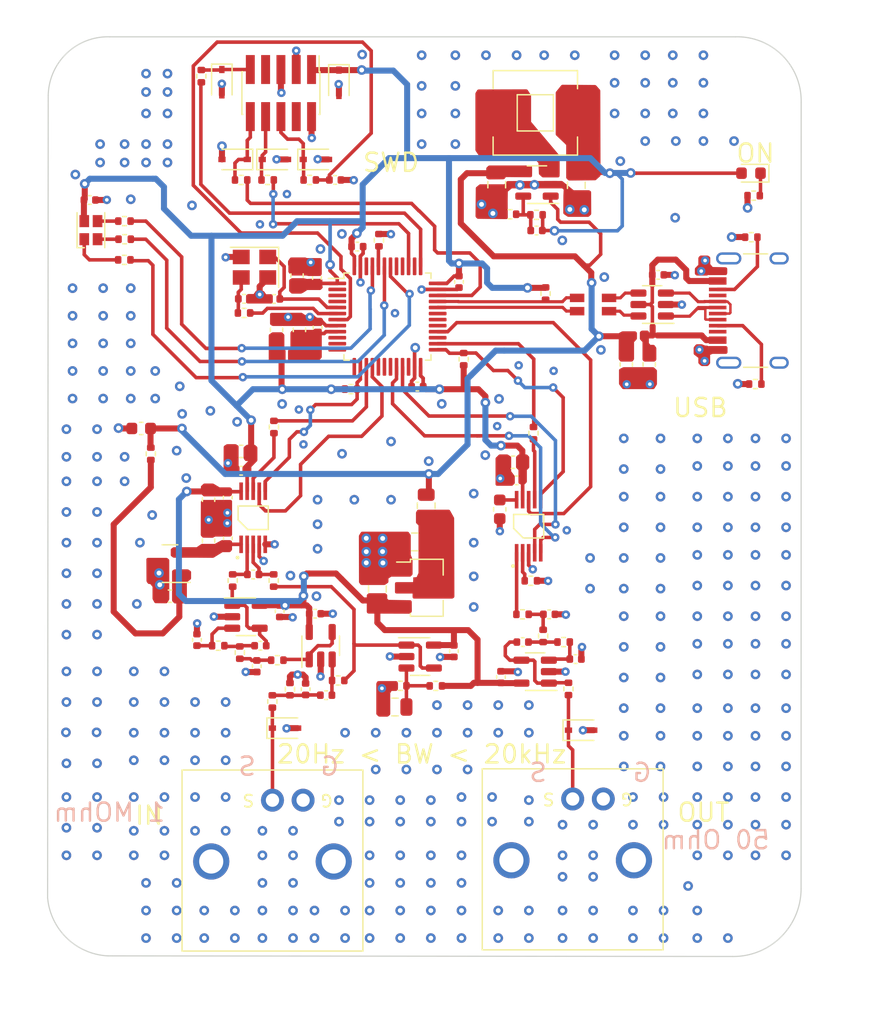
<source format=kicad_pcb>
(kicad_pcb (version 20211014) (generator pcbnew)
  (layers (0 "F.Cu" signal) (1 "In1.Cu" power) (2 "In2.Cu" power) (31 "B.Cu" signal) (34 "B.Paste" user) (35 "F.Paste" user) (36 "B.SilkS" user "B.Silkscreen") (37 "F.SilkS" user "F.Silkscreen") (38 "B.Mask" user) (39 "F.Mask" user) (44 "Edge.Cuts" user))
  (net 0 "")
  (net 1 "VBUS")
  (net 2 "GND")
  (net 3 "+5V")
  (net 4 "/Power/+5V_FILT")
  (net 5 "+3.3VA")
  (net 6 "+3V3")
  (net 7 "/Power/BUCK_FB")
  (net 8 "/Power/VREF")
  (net 9 "VDDA")
  (net 10 "/MCU/HSE_IN")
  (net 11 "/MCU/XTAL_IN")
  (net 12 "/MCU/NRST")
  (net 13 "/ADC/IN_RF")
  (net 14 "/ADC/IN_BUF")
  (net 15 "Net-(C303-Pad1)")
  (net 16 "/ADC/IN_AA_BUF_IN")
  (net 17 "Net-(C305-Pad1)")
  (net 18 "/ADC/IN_AA_BUF_OUT")
  (net 19 "/ADC/ADC_IN+")
  (net 20 "/ADC/ADC_IN-")
  (net 21 "/ADC/ADC_VREF_VIN")
  (net 22 "/ADC/ADC_VREF")
  (net 23 "/DAC/DAC_VREF")
  (net 24 "Net-(C403-Pad1)")
  (net 25 "/DAC/OUT_AA_BUF_IN")
  (net 26 "Net-(C405-Pad1)")
  (net 27 "/DAC/OUT_AA_BUF_OUT")
  (net 28 "/Power/LED_PWR_K")
  (net 29 "/MCU/LED_G_K")
  (net 30 "/MCU/LED_R_K")
  (net 31 "/MCU/LED_B_K")
  (net 32 "/MCU/CONN_SWDIO")
  (net 33 "/MCU/CONN_SWCLK")
  (net 34 "/MCU/CONN_SWO")
  (net 35 "/MCU/CONN_NRST")
  (net 36 "/ADC/IN")
  (net 37 "/DAC/OUT")
  (net 38 "/MCU/USB_CONN_CC1")
  (net 39 "/MCU/USB_CONN_D+")
  (net 40 "/MCU/USB_CONN_D-")
  (net 42 "/MCU/USB_CONN_CC2")
  (net 46 "/Power/BUCK_SW")
  (net 47 "/MCU/USB_CMC_D-")
  (net 48 "/MCU/USB_CMC_D+")
  (net 49 "/MCU/USB_D+")
  (net 50 "/MCU/USB_D-")
  (net 51 "/MCU/BOOT0")
  (net 52 "/MCU/HSE_OUT")
  (net 53 "SPI2_NSS")
  (net 54 "SPI1_NSS")
  (net 55 "/MCU/TIM4_CH3")
  (net 56 "/MCU/TIM4_CH1")
  (net 57 "/MCU/TIM4_CH2")
  (net 58 "/MCU/SWDIO")
  (net 59 "/MCU/SWCLK")
  (net 60 "/MCU/SWO")
  (net 61 "VCOM")
  (net 62 "/ADC/IN_BUF_OUT")
  (net 63 "SPI1_SCK")
  (net 64 "/ADC/ADC_SCLK")
  (net 65 "SPI2_SCK")
  (net 66 "/DAC/DAC_SCLK")
  (net 67 "/DAC/DAC_OUT_B")
  (net 68 "/DAC/DAC_OUT_A")
  (net 76 "SPI1_MISO")
  (net 80 "DAC_NCLR")
  (net 81 "DAC_NLDAC")
  (net 84 "SPI2_MOSI")
  (footprint "Capacitor_SMD:C_0402_1005Metric" (layer "F.Cu") (at 71.37 84.15 -90)
    (fp_text reference "C203" hide)
    (fp_text value "100n")
  )
  (footprint "Resistor_SMD:R_0402_1005Metric" (layer "F.Cu") (at 80.45 117.88 90)
    (fp_text reference "R405" hide)
    (fp_text value "49R9")
  )
  (footprint "Inductor_SMD:L_0402_1005Metric" (layer "F.Cu") (at 57.1375 90.33 180)
    (fp_text reference "L200" hide)
    (fp_text value "10n")
  )
  (footprint "Resistor_SMD:R_0402_1005Metric" (layer "F.Cu") (at 78.552157 85.122157 -90)
    (fp_text reference "R204" hide)
    (fp_text value "1k5")
  )
  (footprint "Resistor_SMD:R_0402_1005Metric" (layer "F.Cu") (at 95.942157 92.622157 180)
    (fp_text reference "R205" hide)
    (fp_text value "5k1")
  )
  (footprint "Library:MWSA0603S" (layer "F.Cu") (at 77.7 70.15)
    (fp_text reference "L101" hide)
    (fp_text value "15u")
  )
  (footprint "MountingHole:MountingHole_3.2mm_M3" (layer "F.Cu") (at 42.4 134.8)
    (fp_text reference "H1" hide)
    (fp_text value "MountingHole")
  )
  (footprint "Resistor_SMD:R_0402_1005Metric" (layer "F.Cu") (at 95.81 77.01)
    (fp_text reference "R103" hide)
    (fp_text value "1k")
  )
  (footprint "Resistor_SMD:R_0402_1005Metric" (layer "F.Cu") (at 53.54 86.73 180)
    (fp_text reference "R201" hide)
    (fp_text value "0R")
  )
  (footprint "Package_TO_SOT_SMD:SOT-23-5" (layer "F.Cu") (at 68.15 115.2)
    (fp_text reference "U102" hide)
    (fp_text value "MCP6001T-E/OT")
  )
  (footprint "Capacitor_SMD:C_0402_1005Metric" (layer "F.Cu") (at 40.74 77.37)
    (fp_text reference "C211" hide)
    (fp_text value "100n")
  )
  (footprint "Resistor_SMD:R_0402_1005Metric" (layer "F.Cu") (at 77.55 96.69 -90)
    (fp_text reference "R400" hide)
    (fp_text value "0R")
  )
  (footprint "Crystal:Crystal_SMD_3225-4Pin_3.2x2.5mm" (layer "F.Cu") (at 54.4075 82.94 180)
    (fp_text reference "Y200" hide)
    (fp_text value "16MHz")
  )
  (footprint "Capacitor_SMD:C_0603_1608Metric" (layer "F.Cu") (at 74.75 103 -90)
    (fp_text reference "C402" hide)
    (fp_text value "1u")
  )
  (footprint "Capacitor_SMD:C_0402_1005Metric" (layer "F.Cu") (at 61.1 75.71)
    (fp_text reference "C212" hide)
    (fp_text value "100n")
  )
  (footprint "Capacitor_SMD:C_0402_1005Metric" (layer "F.Cu") (at 54.6 116 -90)
    (fp_text reference "C303" hide)
    (fp_text value "1n")
  )
  (footprint "Resistor_SMD:R_0402_1005Metric" (layer "F.Cu") (at 66.5 117.62)
    (fp_text reference "R105" hide)
    (fp_text value "1k")
  )
  (footprint "Resistor_SMD:R_0402_1005Metric" (layer "F.Cu") (at 53.3 75.71 180)
    (fp_text reference "R210" hide)
    (fp_text value "49R9")
  )
  (footprint "Capacitor_SMD:C_0805_2012Metric" (layer "F.Cu") (at 74.5 76.1 -90)
    (fp_text reference "C104" hide)
    (fp_text value "22u")
  )
  (footprint "Resistor_SMD:R_0805_2012Metric" (layer "F.Cu") (at 68.65 102.7 90)
    (fp_text reference "R100" hide)
    (fp_text value "10R")
  )
  (footprint "Resistor_SMD:R_0402_1005Metric" (layer "F.Cu") (at 78.35 113.49 90)
    (fp_text reference "R403" hide)
    (fp_text value "22k")
  )
  (footprint "Diode_SMD:D_SOD-323" (layer "F.Cu") (at 61.41 67.66 -90)
    (fp_text reference "D201" hide)
    (fp_text value "PESD3V3L1BA,115")
  )
  (footprint "Package_TO_SOT_SMD:SOT-23-5" (layer "F.Cu") (at 77.8375 76.1 180)
    (fp_text reference "U101" hide)
    (fp_text value "TLV62569DBV")
  )
  (footprint "Capacitor_SMD:C_0402_1005Metric" (layer "F.Cu") (at 49.635 113.815 90)
    (fp_text reference "C304" hide)
    (fp_text value "150p")
  )
  (footprint "Resistor_SMD:R_0402_1005Metric" (layer "F.Cu") (at 64.73 80.7 90)
    (fp_text reference "R200" hide)
    (fp_text value "10k")
  )
  (footprint "Capacitor_SMD:C_0402_1005Metric" (layer "F.Cu") (at 78.85 111.7)
    (fp_text reference "C403" hide)
    (fp_text value "1n")
  )
  (footprint "Diode_SMD:D_SOD-323" (layer "F.Cu") (at 59.5 74.01)
    (fp_text reference "D205" hide)
    (fp_text value "PESD3V3L1BA,115")
  )
  (footprint "Resistor_SMD:R_0402_1005Metric" (layer "F.Cu") (at 80.05 114 180)
    (fp_text reference "R404" hide)
    (fp_text value "12k")
  )
  (footprint "Resistor_SMD:R_0402_1005Metric" (layer "F.Cu") (at 45.81 98.4 90)
    (fp_text reference "R308" hide)
    (fp_text value "49R9")
  )
  (footprint "Capacitor_SMD:C_0402_1005Metric" (layer "F.Cu") (at 52.19 102.02 -90)
    (fp_text reference "C313" hide)
    (fp_text value "100n")
  )
  (footprint "Capacitor_SMD:C_0603_1608Metric" (layer "F.Cu") (at 87.147157 90.992157 -90)
    (fp_text reference "C100" hide)
    (fp_text value "1u")
  )
  (footprint "Capacitor_SMD:C_0402_1005Metric" (layer "F.Cu") (at 67.9175 92.83 180)
    (fp_text reference "C202" hide)
    (fp_text value "100n")
  )
  (footprint "Library:CMC-1206" (layer "F.Cu") (at 82.492157 86.032157 180)
    (fp_text reference "L201" hide)
    (fp_text value "CMF3216F-900-2P-T")
  )
  (footprint "Resistor_SMD:R_0402_1005Metric" (layer "F.Cu") (at 53.19 114.87 -90)
    (fp_text reference "R304" hide)
    (fp_text value "22k")
  )
  (footprint "Capacitor_SMD:C_0402_1005Metric" (layer "F.Cu") (at 59.6375 87.93 90)
    (fp_text reference "C205" hide)
    (fp_text value "10n")
  )
  (footprint "Resistor_SMD:R_0402_1005Metric" (layer "F.Cu") (at 62.41 93.04)
    (fp_text reference "R203" hide)
    (fp_text value "10k")
  )
  (footprint "Inductor_SMD:L_0402_1005Metric" (layer "F.Cu") (at 86.247157 88.592157 180)
    (fp_text reference "L100" hide)
    (fp_text value "10n")
  )
  (footprint "Diode_SMD:D_SOD-323" (layer "F.Cu") (at 56.94 121.13)
    (fp_text reference "D300" hide)
    (fp_text value "PESD3V3L1BA,115")
  )
  (footprint "Capacitor_SMD:C_0805_2012Metric" (layer "F.Cu") (at 66.06 119.38 180)
    (fp_text reference "C107" hide)
    (fp_text value "22u")
  )
  (footprint "Capacitor_SMD:C_0402_1005Metric" (layer "F.Cu") (at 77.8 79.9 180)
    (fp_text reference "C106" hide)
    (fp_text value "DNP")
  )
  (footprint "Capacitor_SMD:C_0402_1005Metric" (layer "F.Cu") (at 74.85 116.9 90)
    (fp_text reference "C406" hide)
    (fp_text value "100n")
  )
  (footprint "MountingHole:MountingHole_3.2mm_M3" (layer "F.Cu") (at 94.1 134.6)
    (fp_text reference "H2" hide)
    (fp_text value "MountingHole")
  )
  (footprint "MountingHole:MountingHole_3.2mm_M3" (layer "F.Cu") (at 94.4 69.4)
    (fp_text reference "H4" hide)
    (fp_text value "MountingHole")
  )
  (footprint "Capacitor_SMD:C_0402_1005Metric" (layer "F.Cu") (at 60.35 118.4 180)
    (fp_text reference "C301" hide)
    (fp_text value "100n")
  )
  (footprint "Resistor_SMD:R_0402_1005Metric" (layer "F.Cu") (at 43.62 79.12 180)
    (fp_text reference "R207" hide)
    (fp_text value "1k")
  )
  (footprint "Capacitor_SMD:C_0402_1005Metric" (layer "F.Cu") (at 52.2 105.4 90)
    (fp_text reference "C311" hide)
    (fp_text value "100n")
  )
  (footprint "Diode_SMD:D_SOD-323" (layer "F.Cu") (at 81.5 121.3)
    (fp_text reference "D400" hide)
    (fp_text value "PESD3V3L1BA,115")
  )
  (footprint "Capacitor_SMD:C_0603_1608Metric" (layer "F.Cu") (at 56.2375 88.13 90)
    (fp_text reference "C207" hide)
    (fp_text value "1u")
  )
  (footprint "Capacitor_SMD:C_0603_1608Metric" (layer "F.Cu") (at 50.6 105.6 90)
    (fp_text reference "C310" hide)
    (fp_text value "10u")
  )
  (footprint "Capacitor_SMD:C_0603_1608Metric" (layer "F.Cu") (at 85.247157 90.992157 -90)
    (fp_text reference "C101" hide)
    (fp_text value "1u")
  )
  (footprint "Capacitor_SMD:C_0402_1005Metric" (layer "F.Cu") (at 70.95 114.75 -90)
    (fp_text reference "C108" hide)
    (fp_text value "100n")
  )
  (footprint "Capacitor_SMD:C_0402_1005Metric" (layer "F.Cu") (at 76.65 114 180)
    (fp_text reference "C405" hide)
    (fp_text value "1n")
  )
  (footprint "Resistor_SMD:R_0402_1005Metric" (layer "F.Cu") (at 55.5 75.71 180)
    (fp_text reference "R212" hide)
    (fp_text value "49R9")
  )
  (footprint "Package_TO_SOT_SMD:SOT-23" (layer "F.Cu") (at 47.4 107.5 180)
    (fp_text reference "U302" hide)
    (fp_text value "REF3033AIDBZT")
  )
  (footprint "Diode_SMD:D_SOD-323" (layer "F.Cu") (at 52.76 74.01 180)
    (fp_text reference "D202" hide)
    (fp_text value "PESD3V3L1BA,115")
  )
  (footprint "Capacitor_SMD:C_0402_1005Metric" (layer "F.Cu") (at 54.3 108.4)
    (fp_text reference "C307" hide)
    (fp_text value "150p")
  )
  (footprint "Package_TO_SOT_SMD:SOT-89-3" (layer "F.Cu") (at 68.4 109.5)
    (fp_text reference "U100" hide)
    (fp_text value "HT7533-1")
  )
  (footprint "Resistor_SMD:R_0402_1005Metric" (layer "F.Cu") (at 76.64 111.7 180)
    (fp_text reference "R402" hide)
    (fp_text value "6k8")
  )
  (footprint "Capacitor_SMD:C_0402_1005Metric" (layer "F.Cu") (at 58.65 117.9 90)
    (fp_text reference "C300" hide)
    (fp_text value "150p")
  )
  (footprint "Capacitor_SMD:C_0402_1005Metric" (layer "F.Cu") (at 59.43 111.65)
    (fp_text reference "C302" hide)
    (fp_text value "100n")
  )
  (footprint "Capacitor_SMD:C_0402_1005Metric" (layer "F.Cu") (at 81.04 115.41)
    (fp_text reference "C404" hide)
    (fp_text value "150p")
  )
  (footprint "Capacitor_SMD:C_0402_1005Metric" (layer "F.Cu") (at 76.15 100.6 180)
    (fp_text reference "C401" hide)
    (fp_text value "100n")
  )
  (footprint "Resistor_SMD:R_0402_1005Metric" (layer "F.Cu") (at 50 67.11 90)
    (fp_text reference "R211" hide)
    (fp_text value "49R9")
  )
  (footprint "Package_TO_SOT_SMD:SOT-23-5" (layer "F.Cu") (at 77.6875 116.45 180)
    (fp_text reference "U401" hide)
    (fp_text value "MCP6001T-E/OT")
  )
  (footprint "Capacitor_SMD:C_0402_1005Metric" (layer "F.Cu") (at 53.3 99.8 180)
    (fp_text reference "C314" hide)
    (fp_text value "100n")
  )
  (footprint "Resistor_SMD:R_0402_1005Metric" (layer "F.Cu") (at 43.61 82.33 180)
    (fp_text reference "R208" hide)
    (fp_text value "1k")
  )
  (footprint "Capacitor_SMD:C_0402_1005Metric" (layer "F.Cu") (at 87.882157 83.572157)
    (fp_text reference "C210" hide)
    (fp_text value "100n")
  )
  (footprint "Resistor_SMD:R_0402_1005Metric" (layer "F.Cu") (at 52.6 108.9 -90)
    (fp_text reference "R306" hide)
    (fp_text value "1k")
  )
  (footprint "Resistor_SMD:R_0402_1005Metric" (layer "F.Cu") (at 61.35 117.18)
    (fp_text reference "R302" hide)
    (fp_text value "2M2")
  )
  (footprint "Resistor_SMD:R_0402_1005Metric" (layer "F.Cu") (at 43.64 80.62 180)
    (fp_text reference "R209" hide)
    (fp_text value "1k")
  )
  (footprint "Capacitor_SMD:C_0402_1005Metric" (layer "F.Cu") (at 56.0275 85.57 180)
    (fp_text reference "C208" hide)
    (fp_text value "10p")
  )
  (footprint "Resistor_SMD:R_0402_1005Metric" (layer "F.Cu") (at 95.612157 80.452157 180)
    (fp_text reference "R206" hide)
    (fp_text value "5k1")
  )
  (footprint "Resistor_SMD:R_0402_1005Metric" (layer "F.Cu") (at 71.76 90.56 90)
    (fp_text reference "R202" hide)
    (fp_text value "10k")
  )
  (footprint "Capacitor_SMD:C_0805_2012Metric" (layer "F.Cu") (at 67.7 105.7 180)
    (fp_text reference "C102" hide)
    (fp_text value "22u")
  )
  (footprint "LED_SMD:LED_0603_1608Metric" (layer "F.Cu") (at 95.59 75.15 180)
    (fp_text reference "D100" hide)
    (fp_text value "GREEN")
  )
  (footprint "Resistor_SMD:R_0402_1005Metric" (layer "F.Cu") (at 56.02 96.18 -90)
    (fp_text reference "R309" hide)
    (fp_text value "0R")
  )
  (footprint "Capacitor_SMD:C_0402_1005Metric" (layer "F.Cu") (at 54.9 114.3)
    (fp_text reference "C305" hide)
    (fp_text value "1n")
  )
  (footprint "Capacitor_SMD:C_0402_1005Metric" (layer "F.Cu") (at 53.5475 85.56)
    (fp_text reference "C209" hide)
    (fp_text value "10p")
  )
  (footprint "Resistor_SMD:R_0402_1005Metric" (layer "F.Cu") (at 58.99 75.71 180)
    (fp_text reference "R213" hide)
    (fp_text value "49R9")
  )
  (footprint "Capacitor_SMD:C_0603_1608Metric" (layer "F.Cu") (at 50.6 102.2 -90)
    (fp_text reference "C312" hide)
    (fp_text value "10u")
  )
  (footprint "LED_SMD:LED_Cree-PLCC4_2x2mm_CW" (layer "F.Cu") (at 40.84 79.87 90)
    (fp_text reference "D200" hide)
    (fp_text value "LED_RGB_E6C1206RGBC3UDA")
  )
  (footprint "Connector_PinHeader_1.27mm:PinHeader_2x05_P1.27mm_Vertical_SMD" (layer "F.Cu") (at 56.6 68.51 -90)
    (fp_text reference "J201" hide)
    (fp_text value "2x5 1.27mm")
  )
  (footprint "Capacitor_SMD:C_0402_1005Metric" (layer "F.Cu") (at 59.5875 83.83 90)
    (fp_text reference "C201" hide)
    (fp_text value "100n")
  )
  (footprint "Capacitor_SMD:C_0402_1005Metric" (layer "F.Cu") (at 56.5 111.44 -90)
    (fp_text reference "C306" hide)
    (fp_text value "100n")
  )
  (footprint "Resistor_SMD:R_0402_1005Metric" (layer "F.Cu") (at 55.89 118.92 -90)
    (fp_text reference "R300" hide)
    (fp_text value "1k")
  )
  (footprint "Package_TO_SOT_SMD:SOT-23-5" (layer "F.Cu") (at 59.9 114.3 90)
    (fp_text reference "U300" hide)
    (fp_text value "MCP6001T-E/OT")
  )
  (footprint "Capacitor_SMD:C_0805_2012Metric" (layer "F.Cu") (at 64.6 109.6 90)
    (fp_text reference "C103" hide)
    (fp_text value "22u")
  )
  (footprint "Resistor_SMD:R_0402_1005Metric" (layer "F.Cu") (at 69.45 117.63)
    (fp_text reference "R104" hide)
    (fp_text value "1k")
  )
  (footprint "Capacitor_SMD:C_0402_1005Metric" (layer "F.Cu") (at 62.9375 81.23)
    (fp_text reference "C204" hide)
    (fp_text value "100n")
  )
  (footprint "Library:AMPHENOL-BNC-031-5640-1010" (layer "F.Cu") (at 80.8 127 180)
    (fp_text reference "J400" hide)
    (fp_text value "031-5640-1010")
  )
  (footprint "Package_QFP:LQFP-48_7x7mm_P0.5mm" (layer "F.Cu") (at 65.4375 87.03)
    (fp_text reference "U200" hide)
    (fp_text value "STM32F103CBT6")
  )
  (footprint "Resistor_SMD:R_0402_1005Metric" (layer "F.Cu") (at 56.3 115.5)
    (fp_text reference "R303" hide)
    (fp_text value "6k8")
  )
  (footprint "Capacitor_SMD:C_0603_1608Metric" (layer "F.Cu") (at 53.3 98.2 180)
    (fp_text reference "C315" hide)
    (fp_text value "10u")
  )
  (footprint "Capacitor_SMD:C_0603_1608Metric" (layer "F.Cu") (at 47.4 110.2 180)
    (fp_text reference "C309" hide)
    (fp_text value "10u")
  )
  (footprint "Capacitor_SMD:C_0603_1608Metric" (layer "F.Cu") (at 75.85 99.1 180)
    (fp_text reference "C400" hide)
    (fp_text value "10u")
  )
  (footprint "Library:VSSOP-10" (layer "F.Cu") (at 54.3 103.7)
    (fp_text reference "U303" hide)
    (fp_text value "ADC141S626CIMM_NOPB")
  )
  (footprint "MountingHole:MountingHole_3.2mm_M3" (layer "F.Cu") (at 42.2 68.8)
    (fp_text reference "H3" hide)
    (fp_text value "MountingHole")
  )
  (footprint "Resistor_SMD:R_0402_1005Metric" (layer "F.Cu") (at 75.6 78.55)
    (fp_text reference "R102" hide)
    (fp_text value "22k")
  )
  (footprint "Resistor_SMD:R_0402_1005Metric" (layer "F.Cu") (at 56 108.9 -90)
    (fp_text reference "R307" hide)
    (fp_text value "1k")
  )
  (footprint "Library:VSSOP-10" (layer "F.Cu") (at 77.15 104.4)
    (fp_text reference "U400" hide)
    (fp_text value "DAC7563SDGSR")
  )
  (footprint "Resistor_SMD:R_0402_1005Metric" (layer "F.Cu") (at 77.33 108.92)
    (fp_text reference "R401" hide)
    (fp_text value "10k")
  )
  (footprint "Package_TO_SOT_SMD:SOT-23-5" (layer "F.Cu") (at 53.7 111.9)
    (fp_text reference "U301" hide)
    (fp_text value "MCP6001T-E/OT")
  )
  (footprint "Diode_SMD:D_SOD-323" (layer "F.Cu") (at 51.7 67.61 -90)
    (fp_text reference "D203" hide)
    (fp_text value "PESD3V3L1BA,115")
  )
  (footprint "Connector_USB:USB_C_Receptacle_HRO_TYPE-C-31-M-12" (layer "F.Cu") (at 96.872157 86.532157 90)
    (fp_text reference "J200" hide)
    (fp_text value "USB_C_Receptacle_USB2.0")
  )
  (footprint "Diode_SMD:D_SOD-323" (layer "F.Cu") (at 56.1 74.01)
    (fp_text reference "D204" hide)
    (fp_text value "PESD3V3L1BA,115")
  )
  (footprint "Capacitor_SMD:C_0603_1608Metric" (layer "F.Cu") (at 45.01 96.3 180)
    (fp_text reference "C308" hide)
    (fp_text value "10u")
  )
  (footprint "Capacitor_SMD:C_0603_1608Metric" (layer "F.Cu") (at 58.1375 88.13 90)
    (fp_text reference "C206" hide)
    (fp_text value "1u")
  )
  (footprint "Resistor_SMD:R_0402_1005Metric" (layer "F.Cu") (at 57.35 117.9 -90)
    (fp_text reference "R301" hide)
    (fp_text value "2M2")
  )
  (footprint "Resistor_SMD:R_0402_1005Metric" (layer "F.Cu") (at 77.8 78.6)
    (fp_text reference "R101" hide)
    (fp_text value "100k")
  )
  (footprint "Capacitor_SMD:C_0603_1608Metric" (layer "F.Cu") (at 57.9375 83.63 90)
    (fp_text reference "C200" hide)
    (fp_text value "10u")
  )
  (footprint "Resistor_SMD:R_0402_1005Metric" (layer "F.Cu") (at 51.4 114.3)
    (fp_text reference "R305" hide)
    (fp_text value "12k")
  )
  (footprint "Library:AMPHENOL-BNC-031-5640-1010" (layer "F.Cu") (at 55.9 127.1 180)
    (fp_text reference "J300" hide)
    (fp_text value "031-5640-1010")
  )
  (footprint "Capacitor_SMD:C_0805_2012Metric" (layer "F.Cu") (at 81.1 76.15 -90)
    (fp_text reference "C105" hide)
    (fp_text value "22u")
  )
  (footprint "Package_TO_SOT_SMD:SOT-23-6" (layer "F.Cu") (at 87.392157 86.032157 180)
    (fp_text reference "U201" hide)
    (fp_text value "USBLC6-2SC6")
  )
  (gr_line (start 37.300001 68.7) (end 37.25 135.2) (layer "Edge.Cuts") (width 0.1))
  (gr_line (start 42.25 140) (end 94.05 140.05) (layer "Edge.Cuts") (width 0.1))
  (gr_arc (start 37.300001 68.7) (mid 38.838531 65.211393) (end 42.4 63.85) (layer "Edge.Cuts") (width 0.1))
  (gr_line (start 99.743576 134.437538) (end 99.75 69.25) (layer "Edge.Cuts") (width 0.1))
  (gr_arc (start 94.3 63.85) (mid 98.179383 65.384928) (end 99.75 69.25) (layer "Edge.Cuts") (width 0.1))
  (gr_arc (start 99.743576 134.437538) (mid 98.070978 138.434929) (end 94.05 140.05) (layer "Edge.Cuts") (width 0.1))
  (gr_line (start 42.4 63.85) (end 94.3 63.85) (layer "Edge.Cuts") (width 0.1))
  (gr_arc (start 42.25 140) (mid 38.851668 138.535762) (end 37.25 135.2) (layer "Edge.Cuts") (width 0.1))
  (gr_text "1 MOhm" (at 42.366 128.112) (layer "B.SilkS") (effects (font (size 1.5 1.5) (thickness 0.2)) (justify mirror)))
  (gr_text "G" (at 86.562 124.81) (layer "B.SilkS") (effects (font (size 1.5 1.5) (thickness 0.2)) (justify mirror)))
  (gr_text "50 Ohm" (at 92.658 130.398) (layer "B.SilkS") (effects (font (size 1.5 1.5) (thickness 0.2)) (justify mirror)))
  (gr_text "S" (at 77.926 124.81) (layer "B.SilkS") (effects (font (size 1.5 1.5) (thickness 0.2)) (justify mirror)))
  (gr_text "S" (at 53.796 124.302) (layer "B.SilkS") (effects (font (size 1.5 1.5) (thickness 0.2)) (justify mirror)))
  (gr_text "G" (at 60.654 124.302) (layer "B.SilkS") (effects (font (size 1.5 1.5) (thickness 0.2)) (justify mirror)))
  (gr_text "OUT" (at 91.642 128.112) (layer "F.SilkS") (effects (font (size 1.5 1.5) (thickness 0.2))))
  (gr_text "20Hz < BW < 20kHz" (at 68.274 123.286) (layer "F.SilkS") (effects (font (size 1.5 1.5) (thickness 0.2))))
  (gr_text "ON" (at 95.96 73.502) (layer "F.SilkS") (effects (font (size 1.5 1.5) (thickness 0.2))))
  (gr_text "USB" (at 91.388 94.584) (layer "F.SilkS") (effects (font (size 1.5 1.5) (thickness 0.2))))
  (gr_text "SWD" (at 65.734 74.264) (layer "F.SilkS") (effects (font (size 1.5 1.5) (thickness 0.2))))
  (gr_text "IN" (at 45.668 128.366) (layer "F.SilkS") (effects (font (size 1.5 1.5) (thickness 0.2))))
  (segment (start 91.512157 88.592157) (end 87.822157 88.592157) (width 0.5) (layer "F.Cu") (net 1))
  (segment (start 90.22 83.18) (end 89.35 82.31) (width 0.5) (layer "F.Cu") (net 1))
  (segment (start 92.827157 88.982157) (end 91.872157 88.982157) (width 0.5) (layer "F.Cu") (net 1))
  (segment (start 91.872157 88.982157) (end 91.53 88.64) (width 0.5) (layer "F.Cu") (net 1))
  (segment (start 90.462157 84.082157) (end 90.22 83.84) (width 0.5) (layer "F.Cu") (net 1))
  (segment (start 89.35 82.31) (end 87.86 82.31) (width 0.5) (layer "F.Cu") (net 1))
  (segment (start 86.254657 86.032157) (end 87.232157 86.032157) (width 0.29337) (layer "F.Cu") (net 1))
  (segment (start 87.232157 86.032157) (end 87.402157 85.862157) (width 0.29337) (layer "F.Cu") (net 1))
  (segment (start 87.402157 85.862157) (end 87.402157 84.572157) (width 0.29337) (layer "F.Cu") (net 1))
  (segment (start 87.432157 88.592157) (end 86.732157 88.592157) (width 0.5) (layer "F.Cu") (net 1))
  (segment (start 87.412157 87.812157) (end 87.432157 87.832157) (width 0.29337) (layer "F.Cu") (net 1))
  (segment (start 87.402157 82.767843) (end 87.402157 83.572157) (width 0.5) (layer "F.Cu") (net 1))
  (segment (start 92.827157 84.082157) (end 90.462157 84.082157) (width 0.5) (layer "F.Cu") (net 1))
  (segment (start 87.432157 88.592157) (end 87.432157 87.832157) (width 0.5) (layer "F.Cu") (net 1))
  (segment (start 90.22 83.84) (end 90.22 83.18) (width 0.5) (layer "F.Cu") (net 1))
  (segment (start 87.402157 83.572157) (end 87.402157 84.382157) (width 0.5) (layer "F.Cu") (net 1))
  (segment (start 87.232157 86.032157) (end 87.412157 86.212157) (width 0.29337) (layer "F.Cu") (net 1))
  (segment (start 87.86 82.31) (end 87.402157 82.767843) (width 0.5) (layer "F.Cu") (net 1))
  (segment (start 87.412157 86.212157) (end 87.412157 87.812157) (width 0.29337) (layer "F.Cu") (net 1))
  (segment (start 64.73 80.19) (end 65.71 80.19) (width 0.5) (layer "F.Cu") (net 2))
  (segment (start 63.4175 81.23) (end 63.4175 81.798959) (width 0.3) (layer "F.Cu") (net 2))
  (segment (start 57.87 65) (end 57.87 66.56) (width 0.5) (layer "F.Cu") (net 2))
  (segment (start 65.65 115.2) (end 65.64 115.19) (width 0.5) (layer "F.Cu") (net 2))
  (segment (start 59.14 72.21) (end 59.16 72.23) (width 0.5) (layer "F.Cu") (net 2))
  (segment (start 89.242157 83.572157) (end 89.27 83.6) (width 0.5) (layer "F.Cu") (net 2))
  (segment (start 67.6875 91.1925) (end 67.6875 89.6625) (width 0.3) (layer "F.Cu") (net 2))
  (segment (start 93.99 80.44) (end 95.09 80.44) (width 0.5) (layer "F.Cu") (net 2))
  (segment (start 43.16 96.3) (end 43.13 96.27) (width 0.5) (layer "F.Cu") (net 2))
  (segment (start 53.3775 82.09) (end 53.4475 82.16) (width 0.5) (layer "F.Cu") (net 2))
  (segment (start 54.6 116.48) (end 53.69 116.48) (width 0.5) (layer "F.Cu") (net 2))
  (segment (start 60.9 111.65) (end 59.91 111.65) (width 0.5) (layer "F.Cu") (net 2))
  (segment (start 62.62 75.71) (end 62.64 75.73) (width 0.5) (layer "F.Cu") (net 2))
  (segment (start 95.432157 92.622157) (end 94.512157 92.622157) (width 0.5) (layer "F.Cu") (net 2))
  (segment (start 54.8375 84.53) (end 54.8375 85.2) (width 0.5) (layer "F.Cu") (net 2))
  (segment (start 81.52 115.41) (end 81.52 114.46) (width 0.5) (layer "F.Cu") (net 2))
  (segment (start 67.0125 115.2) (end 65.65 115.2) (width 0.5) (layer "F.Cu") (net 2))
  (segment (start 58.65 116.92) (end 58.65 117.42) (width 0.5) (layer "F.Cu") (net 2))
  (segment (start 53.3075 82.09) (end 52.0475 82.09) (width 0.5) (layer "F.Cu") (net 2))
  (segment (start 60.55 74.01) (end 59.67 74.01) (width 0.5) (layer "F.Cu") (net 2))
  (segment (start 82.55 121.3) (end 81.66 121.3) (width 0.5) (layer "F.Cu") (net 2))
  (segment (start 54.8 106.91) (end 54.8 105.9) (width 0.3) (layer "F.Cu") (net 2))
  (segment (start 67.6875 91.1925) (end 67.6875 92.13) (width 0.3) (layer "F.Cu") (net 2))
  (segment (start 69.81 115.23) (end 69.8 115.24) (width 0.5) (layer "F.Cu") (net 2))
  (segment (start 71.22 84.78) (end 71.37 84.63) (width 0.3) (layer "F.Cu") (net 2))
  (segment (start 67.6875 92.13) (end 67.4375 92.38) (width 0.3) (layer "F.Cu") (net 2))
  (segment (start 57.35 117.39) (end 57.35 116.84) (width 0.5) (layer "F.Cu") (net 2))
  (segment (start 61.41 67.79) (end 61.39 67.77) (width 0.5) (layer "F.Cu") (net 2))
  (segment (start 74.75 103.775) (end 74.75 104.8) (width 0.5) (layer "F.Cu") (net 2))
  (segment (start 74.75 104.8) (end 74.76 104.81) (width 0.5) (layer "F.Cu") (net 2))
  (segment (start 77.15 107.63) (end 77.49 107.97) (width 0.3) (layer "F.Cu") (net 2))
  (segment (start 59.14 70.46) (end 59.14 72.21) (width 0.5) (layer "F.Cu") (net 2))
  (segment (start 59.67 74.01) (end 59.65 73.99) (width 0.5) (layer "F.Cu") (net 2))
  (segment (start 56.64 68.49) (end 56.6 68.45) (width 0.5) (layer "F.Cu") (net 2))
  (segment (start 56.08 105.9) (end 55.3 105.9) (width 0.5) (layer "F.Cu") (net 2))
  (segment (start 55.5075 83.86) (end 54.8375 84.53) (width 0.5) (layer "F.Cu") (net 2))
  (segment (start 68.2775 84.78) (end 68.2675 84.79) (width 0.3) (layer "F.Cu") (net 2))
  (segment (start 67.6875 89.6625) (end 67.74 89.61) (width 0.3) (layer "F.Cu") (net 2))
  (segment (start 77.15 106.6) (end 77.15 107.63) (width 0.3) (layer "F.Cu") (net 2))
  (segment (start 63.1875 82.028959) (end 63.1875 82.8675) (width 0.3) (layer "F.Cu") (net 2))
  (segment (start 55.5075 83.79) (end 55.5075 83.86) (width 0.5) (layer "F.Cu") (net 2))
  (segment (start 53.69 116.48) (end 53.68 116.47) (width 0.5) (layer "F.Cu") (net 2))
  (segment (start 41.22 77.37) (end 42.15 77.37) (width 0.5) (layer "F.Cu") (net 2))
  (segment (start 56.5 111.92) (end 57.54 111.92) (width 0.5) (layer "F.Cu") (net 2))
  (segment (start 67.4375 92.38) (end 67.4375 92.83) (width 0.3) (layer "F.Cu") (net 2))
  (segment (start 49.635 113.335) (end 49.635 112.475) (width 0.5) (layer "F.Cu") (net 2))
  (segment (start 89.842157 86.032157) (end 89.852157 86.042157) (width 0.5) (layer "F.Cu") (net 2))
  (segment (start 74.85 116.42) (end 76.19 116.42) (width 0.5) (layer "F.Cu") (net 2))
  (segment (start 95.3 77.01) (end 95.3 78.01) (width 0.5) (layer "F.Cu") (net 2))
  (segment (start 81.66 121.3) (end 81.65 121.31) (width 0.5) (layer "F.Cu") (net 2))
  (segment (start 69.6 84.78) (end 68.2775 84.78) (width 0.3) (layer "F.Cu") (net 2))
  (segment (start 57.99 116.69) (end 58.42 116.69) (width 0.5) (layer "F.Cu") (net 2))
  (segment (start 52.0475 82.09) (end 52.0175 82.12) (width 0.5) (layer "F.Cu") (net 2))
  (segment (start 56.6 68.45) (end 56.6 66.56) (width 0.5) (layer "F.Cu") (net 2))
  (segment (start 61.275 87.78) (end 60.3375 87.78) (width 0.3) (layer "F.Cu") (net 2))
  (segment (start 77.84 108.92) (end 78.75 108.92) (width 0.5) (layer "F.Cu") (net 2))
  (segment (start 69.6 84.78) (end 71.22 84.78) (width 0.3) (layer "F.Cu") (net 2))
  (segment (start 52.5625 111.9) (end 51.05 111.9) (width 0.5) (layer "F.Cu") (net 2))
  (segment (start 63.1875 82.8675) (end 63.1875 84.19) (width 0.3) (layer "F.Cu") (net 2))
  (segment (start 70.95 115.23) (end 69.81 115.23) (width 0.5) (layer "F.Cu") (net 2))
  (segment (start 56.25 74.01) (end 56.24 74) (width 0.5) (layer "F.Cu") (net 2))
  (segment (start 78.825 116.45) (end 80.2 116.45) (width 0.5) (layer "F.Cu") (net 2))
  (segment (start 57.35 116.84) (end 57.5 116.69) (width 0.5) (layer "F.Cu") (net 2))
  (segment (start 57.99 121.13) (end 57.09 121.13) (width 0.5) (layer "F.Cu") (net 2))
  (segment (start 59.9 115.4375) (end 59.9 116.83) (width 0.5) (layer "F.Cu") (net 2))
  (segment (start 57.5 116.69) (end 57.99 116.69) (width 0.5) (layer "F.Cu") (net 2))
  (segment (start 49.635 112.475) (end 49.655 112.455) (width 0.5) (layer "F.Cu") (net 2))
  (segment (start 51.05 111.9) (end 51.04 111.89) (width 0.5) (layer "F.Cu") (net 2))
  (segment (start 88.529657 86.032157) (end 89.842157 86.032157) (width 0.5) (layer "F.Cu") (net 2))
  (segment (start 80.2 111.7) (end 80.23 111.73) (width 0.5) (layer "F.Cu") (net 2))
  (segment (start 95.09 80.44) (end 95.102157 80.452157) (width 0.5) (layer "F.Cu") (net 2))
  (segment (start 60.3375 87.78) (end 60.0075 87.45) (width 0.3) (layer "F.Cu") (net 2))
  (segment (start 42.15 77.37) (end 42.16 77.36) (width 0.5) (layer "F.Cu") (net 2))
  (segment (start 60.0075 87.45) (end 59.6375 87.45) (width 0.3) (layer "F.Cu") (net 2))
  (segment (start 53.3075 82.09) (end 53.3775 82.09) (width 0.5) (layer "F.Cu") (net 2))
  (segment (start 94.512157 92.622157) (end 94.49 92.6) (width 0.5) (layer "F.Cu") (net 2))
  (segment (start 57.15 74.01) (end 56.25 74.01) (width 0.5) (layer "F.Cu") (net 2))
  (segment (start 79.33 111.7) (end 80.2 111.7) (width 0.5) (layer "F.Cu") (net 2))
  (segment (start 44.235 96.3) (end 43.16 96.3) (width 0.5) (layer "F.Cu") (net 2))
  (segment (start 57.54 111.92) (end 57.57 111.95) (width 0.5) (layer "F.Cu") (net 2))
  (segment (start 51.7 68.66) (end 51.7 67.74) (width 0.5) (layer "F.Cu") (net 2))
  (segment (start 65.71 80.19) (end 65.72 80.2) (width 0.5) (layer "F.Cu") (net 2))
  (segment (start 95.3 78.01) (end 95.31 78.02) (width 0.29337) (layer "F.Cu") (net 2))
  (segment (start 59.9 116.83) (end 59.88 116.85) (width 0.5) (layer "F.Cu") (net 2))
  (segment (start 57.09 121.13) (end 57.07 121.15) (width 0.5) (layer "F.Cu") (net 2))
  (segment (start 81.52 114.46) (end 81.57 114.41) (width 0.5) (layer "F.Cu") (net 2))
  (segment (start 58.42 116.69) (end 58.65 116.92) (width 0.5) (layer "F.Cu") (net 2))
  (segment (start 61.58 75.71) (end 62.62 75.71) (width 0.5) (layer "F.Cu") (net 2))
  (segment (start 88.362157 83.572157) (end 89.242157 83.572157) (width 0.5) (layer "F.Cu") (net 2))
  (segment (start 78.75 108.92) (end 78.76 108.93) (width 0.5) (layer "F.Cu") (net 2))
  (segment (start 54.8 106.91) (end 55.17 107.28) (width 0.3) (layer "F.Cu") (net 2))
  (segment (start 63.4175 81.798959) (end 63.1875 82.028959) (width 0.3) (layer "F.Cu") (net 2))
  (segment (start 76.19 116.42) (end 76.25 116.48) (width 0.5) (layer "F.Cu") (net 2))
  (segment (start 51.71 74.01) (end 51.71 72.91) (width 0.5) (layer "F.Cu") (net 2))
  (segment (start 63.1875 84.19) (end 63.1975 84.2) (width 0.3) (layer "F.Cu") (net 2))
  (segment (start 61.41 68.71) (end 61.41 67.79) (width 0.5) (layer "F.Cu") (net 2))
  (via (at 66.496 131.668) (size 0.8) (drill 0.4) (layers "F.Cu" "B.Cu") (net 2))
  (via (at 82.498 129.128) (size 0.8) (drill 0.4) (layers "F.Cu" "B.Cu") (net 2))
  (via (at 73.55 98.51) (size 0.8) (drill 0.4) (layers "F.Cu" "B.Cu") (net 2))
  (via (at 66.496 128.874) (size 0.8) (drill 0.4) (layers "F.Cu" "B.Cu") (net 2))
  (via (at 43.636 98.648) (size 0.8) (drill 0.4) (layers "F.Cu" "B.Cu") (net 2))
  (via (at 86.816 70.2) (size 0.8) (drill 0.4) (layers "F.Cu" "B.Cu") (net 2))
  (via (at 85.8 136.24) (size 0.8) (drill 0.4) (layers "F.Cu" "B.Cu") (net 2))
  (via (at 74.116 128.874) (size 0.8) (drill 0.4) (layers "F.Cu" "B.Cu") (net 2))
  (via (at 41.35 108.3) (size 0.8) (drill 0.4) (layers "F.Cu" "B.Cu") (net 2))
  (via (at 65.64 115.19) (size 0.7) (drill 0.3) (layers "F.Cu" "B.Cu") (net 2))
  (via (at 63.68 105.4) (size 0.8) (drill 0.4) (layers "F.Cu" "B.Cu") (net 2))
  (via (at 52.018 123.794) (size 0.8) (drill 0.4) (layers "F.Cu" "B.Cu") (net 2))
  (via (at 67.004 124.556) (size 0.8) (drill 0.4) (layers "F.Cu" "B.Cu") (net 2))
  (via (at 69.036 127.096) (size 0.8) (drill 0.4) (layers "F.Cu" "B.Cu") (net 2))
  (via (at 88.086 116.936) (size 0.8) (drill 0.4) (layers "F.Cu" "B.Cu") (net 2))
  (via (at 88.086 111.856) (size 0.8) (drill 0.4) (layers "F.Cu" "B.Cu") (net 2))
  (via (at 93.674 111.856) (size 0.8) (drill 0.4) (layers "F.Cu" "B.Cu") (net 2))
  (via (at 46.938 131.668) (size 0.8) (drill 0.4) (layers "F.Cu" "B.Cu") (net 2))
  (via (at 61.924 138.526) (size 0.8) (drill 0.4) (layers "F.Cu" "B.Cu") (net 2))
  (via (at 49.478 126.842) (size 0.8) (drill 0.4) (layers "F.Cu" "B.Cu") (net 2))
  (via (at 87.2 92.63) (size 0.7) (drill 0.3) (layers "F.Cu" "B.Cu") (net 2))
  (via (at 85.8 138.526) (size 0.8) (drill 0.4) (layers "F.Cu" "B.Cu") (net 2))
  (via (at 89.852157 86.042157) (size 0.7) (drill 0.3) (layers "F.Cu" "B.Cu") (net 2))
  (via (at 93.674 116.682) (size 0.8) (drill 0.4) (layers "F.Cu" "B.Cu") (net 2))
  (via (at 95.96 101.95) (size 0.8) (drill 0.4) (layers "F.Cu" "B.Cu") (net 2))
  (via (at 46.938 121.508) (size 0.8) (drill 0.4) (layers "F.Cu" "B.Cu") (net 2))
  (via (at 65.72 80.2) (size 0.7) (drill 0.3) (layers "F.Cu" "B.Cu") (net 2))
  (via (at 98.5 126.842) (size 0.8) (drill 0.4) (layers "F.Cu" "B.Cu") (net 2))
  (via (at 88.086 107.03) (size 0.8) (drill 0.4) (layers "F.Cu" "B.Cu") (net 2))
  (via (at 38.81 98.648) (size 0.8) (drill 0.4) (layers "F.Cu" "B.Cu") (net 2))
  (via (at 82.244 109.57) (size 0.8) (drill 0.4) (layers "F.Cu" "B.Cu") (net 2))
  (via (at 44.652 110.84) (size 0.8) (drill 0.4) (layers "F.Cu" "B.Cu") (net 2))
  (via (at 61.66 80.18) (size 0.8) (drill 0.4) (layers "F.Cu" "B.Cu") (net 2))
  (via (at 82.498 138.526) (size 0.8) (drill 0.4) (layers "F.Cu" "B.Cu") (net 2))
  (via (at 41.858 89.25) (size 0.8) (drill 0.4) (layers "F.Cu" "B.Cu") (net 2))
  (via (at 59.0675 82.54) (size 0.7) (drill 0.3) (layers "F.Cu" "B.Cu") (net 2))
  (via (at 95.96 99.41) (size 0.8) (drill 0.4) (layers "F.Cu" "B.Cu") (net 2))
  (via (at 98.5 116.682) (size 0.8) (drill 0.4) (layers "F.Cu" "B.Cu") (net 2))
  (via (at 79.958 138.526) (size 0.8) (drill 0.4) (layers "F.Cu" "B.Cu") (net 2))
  (via (at 41.35 103.22) (size 0.8) (drill 0.4) (layers "F.Cu" "B.Cu") (net 2))
  (via (at 46.938 116.428) (size 0.8) (drill 0.4) (layers "F.Cu" "B.Cu") (net 2))
  (via (at 91.134 106.776) (size 0.8) (drill 0.4) (layers "F.Cu" "B.Cu") (net 2))
  (via (at 86.816 72.486) (size 0.8) (drill 0.4) (layers "F.Cu" "B.Cu") (net 2))
  (via (at 91.134 129.128) (size 0.8) (drill 0.4) (layers "F.Cu" "B.Cu") (net 2))
  (via (at 91.782157 82.382157) (size 0.7) (drill 0.3) (layers "F.Cu" "B.Cu") (net 2))
  (via (at 48.208 92.806) (size 0.8) (drill 0.4) (layers "F.Cu" "B.Cu") (net 2))
  (via (at 88.086 119.476) (size 0.8) (drill 0.4) (layers "F.Cu" "B.Cu") (net 2))
  (via (at 49.478 118.968) (size 0.8) (drill 0.4) (layers "F.Cu" "B.Cu") (net 2))
  (via (at 88.34 138.526) (size 0.8) (drill 0.4) (layers "F.Cu" "B.Cu") (net 2))
  (via (at 46.49 108.28) (size 0.8) (drill 0.4) (layers "F.Cu" "B.Cu") (net 2))
  (via (at 72.592 108.554) (size 0.8) (drill 0.4) (layers "F.Cu" "B.Cu") (net 2))
  (via (at 44.144 84.678) (size 0.8) (drill 0.4) (layers "F.Cu" "B.Cu") (net 2))
  (via (at 63.956 127.096) (size 0.8) (drill 0.4) (layers "F.Cu" "B.Cu") (net 2))
  (via (at 77.164 119.222) (size 0.8) (drill 0.4) (layers "F.Cu" "B.Cu") (net 2))
  (via (at 89.102 65.374) (size 0.8) (drill 0.4) (layers "F.Cu" "B.Cu") (net 2))
  (via (at 91.134 121.762) (size 0.8) (drill 0.4) (layers "F.Cu" "B.Cu") (net 2))
  (via (at 38.81 96.362) (size 0.8) (drill 0.4) (layers "F.Cu" "B.Cu") (net 2))
  (via (at 69.544 119.222) (size 0.8) (drill 0.4) (layers "F.Cu" "B.Cu") (net 2))
  (via (at 52.018 118.968) (size 0.8) (drill 0.4) (layers "F.Cu" "B.Cu") (net 2))
  (via (at 63.956 133.954) (size 0.8) (drill 0.4) (layers "F.Cu" "B.Cu") (net 2))
  (via (at 89.27 83.6) (size 0.7) (drill 0.3) (layers "F.Cu" "B.Cu") (net 2))
  (via (at 41.35 126.842) (size 0.8) (drill 0.4) (layers "F.Cu" "B.Cu") (net 2))
  (via (at 85.038 114.396) (size 0.8) (drill 0.4) (layers "F.Cu" "B.Cu") (net 2))
  (via (at 82.498 133.446) (size 0.8) (drill 0.4) (layers "F.Cu" "B.Cu") (net 2))
  (via (at 59.16 72.23) (size 0.7) (drill 0.3) (layers "F.Cu" "B.Cu") (net 2))
  (via (at 48.41 95.09) (size 0.8) (drill 0.4) (layers "F.Cu" "B.Cu") (net 2))
  (via (at 76.148 65.374) (size 0.8) (drill 0.4) (layers "F.Cu" "B.Cu") (net 2))
  (via (at 49.478 123.794) (size 0.8) (drill 0.4) (layers "F.Cu" "B.Cu") (net 2))
  (via (at 69.544 124.556) (size 0.8) (drill 0.4) (layers "F.Cu" "B.Cu") (net 2))
  (via (at 47.954 98.14) (size 0.8) (drill 0.4) (layers "F.Cu" "B.Cu") (net 2))
  (via (at 78.434 65.374) (size 0.8) (drill 0.4) (layers "F.Cu" "B.Cu") (net 2))
  (via (at 77.164 136.24) (size 0.8) (drill 0.4) (layers "F.Cu" "B.Cu") (net 2))
  (via (at 55.066 136.24) (size 0.8) (drill 0.4) (layers "F.Cu" "B.Cu") (net 2))
  (via (at 91.134 104.49) (size 0.8) (drill 0.4) (layers "F.Cu" "B.Cu") (net 2))
  (via (at 91.742157 90.702157) (size 0.7) (drill 0.3) (layers "F.Cu" "B.Cu") (net 2))
  (via (at 57.1 76.88) (size 0.7) (drill 0.3) (layers "F.Cu" "B.Cu") (net 2))
  (via (at 44.144 77.312) (size 0.8) (drill 0.4) (layers "F.Cu" "B.Cu") (net 2))
  (via (at 78.76 108.93) (size 0.7) (drill 0.3) (layers "F.Cu" "B.Cu") (net 2))
  (via (at 76.32 91.07) (size 0.7) (drill 0.3) (layers "F.Cu" "B.Cu") (net 2))
  (via (at 52.78 136.24) (size 0.8) (drill 0.4) (layers "F.Cu" "B.Cu") (net 2))
  (via (at 93.674 126.842) (size 0.8) (drill 0.4) (layers "F.Cu" "B.Cu") (net 2))
  (via (at 79.22 91.53) (size 0.7) (drill 0.3) (layers "F.Cu" "B.Cu") (net 2))
  (via (at 80.31 104.74) (size 0.7) (drill 0.3) (layers "F.Cu" "B.Cu") (net 2))
  (via (at 66.496 136.24) (size 0.8) (drill 0.4) (layers "F.Cu" "B.Cu") (net 2))
  (via (at 95.96 104.49) (size 0.8) (drill 0.4) (layers "F.Cu" "B.Cu") (net 2))
  (via (at 56.64 68.49) (size 0.7) (drill 0.3) (layers "F.Cu" "B.Cu") (net 2))
  (via (at 59.638 102.204) (size 0.8) (drill 0.4) (layers "F.Cu" "B.Cu") (net 2))
  (via (at 45.922 103.474) (size 0.8) (drill 0.4) (layers "F.Cu" "B.Cu") (net 2))
  (via (at 98.5 111.856) (size 0.8) (drill 0.4) (layers "F.Cu" "B.Cu") (net 2))
  (via (at 69.8 115.24) (size 0.7) (drill 0.3) (layers "F.Cu" "B.Cu") (net 2))
  (via (at 98.5 104.49) (size 0.8) (drill 0.4) (layers "F.Cu" "B.Cu") (net 2))
  (via (at 86.816 67.66) (size 0.8) (drill 0.4) (layers "F.Cu" "B.Cu") (net 2))
  (via (at 93.674 129.128) (size 0.8) (drill 0.4) (layers "F.Cu" "B.Cu") (net 2))
  (via (at 98.5 99.41) (size 0.8) (drill 0.4) (layers "F.Cu" "B.Cu") (net 2))
  (via (at 51.71 72.91) (size 0.8) (drill 0.4) (layers "F.Cu" "B.Cu") (net 2))
  (via (at 98.5 124.302) (size 0.8) (drill 0.4) (layers "F.Cu" "B.Cu") (net 2))
  (via (at 91.134 116.682) (size 0.8) (drill 0.4) (layers "F.Cu" "B.Cu") (net 2))
  (via (at 56.08 105.9) (size 0.7) (drill 0.3) (layers "F.Cu" "B.Cu") (net 2))
  (via (at 61.924 121.508) (size 0.8) (drill 0.4) (layers "F.Cu" "B.Cu") (net 2))
  (via (at 57.606 133.954) (size 0.8) (drill 0.4) (layers "F.Cu" "B.Cu") (net 2))
  (via (at 72.592 101.696) (size 0.8) (drill 0.4) (layers "F.Cu" "B.Cu") (net 2))
  (via (at 71.576 136.24) (size 0.8) (drill 0.4) (layers "F.Cu" "B.Cu") (net 2))
  (via (at 48.75 100.41) (size 0.8) (drill 0.4) (layers "F.Cu" "B.Cu") (net 2))
  (via (at 63.956 128.874) (size 0.8) (drill 0.4) (layers "F.Cu" "B.Cu") (net 2))
  (via (at 91.462157 83.262157) (size 0.7) (drill 0.3) (layers "F.Cu" "B.Cu") (net 2))
  (via (at 72.084 124.556) (size 0.8) (drill 0.4) (layers "F.Cu" "B.Cu") (net 2))
  (via (at 57.07 121.15) (size 0.7) (drill 0.3) (layers "F.Cu" "B.Cu") (net 2))
  (via (at 91.134 138.526) (size 0.8) (drill 0.4) (layers "F.Cu" "B.Cu") (net 2))
  (via (at 69.036 138.526) (size 0.8) (drill 0.4) (layers "F.Cu" "B.Cu") (net 2))
  (via (at 88.086 97.124) (size 0.8) (drill 0.4) (layers "F.Cu" "B.Cu") (net 2))
  (via (at 51.04 111.89) (size 0.7) (drill 0.3) (layers "F.Cu" "B.Cu") (net 2))
  (via (at 89.102 70.2) (size 0.8) (drill 0.4) (layers "F.Cu" "B.Cu") (net 2))
  (via (at 66.496 133.954) (size 0.8) (drill 0.4) (layers "F.Cu" "B.Cu") (net 2))
  (via (at 85.28 92.64) (size 0.7) (drill 0.3) (layers "F.Cu" "B.Cu") (net 2))
  (via (at 88.34 136.24) (size 0.8) (drill 0.4) (layers "F.Cu" "B.Cu") (net 2))
  (via (at 41.35 131.668) (size 0.8) (drill 0.4) (layers "F.Cu" "B.Cu") (net 2))
  (via (at 77.164 138.526) (size 0.8) (drill 0.4) (layers "F.Cu" "B.Cu") (net 2))
  (via (at 46.55 109.25) (size 0.8) (drill 0.4) (layers "F.Cu" "B.Cu") (net 2))
  (via (at 55.066 131.668) (size 0.8) (drill 0.4) (layers "F.Cu" "B.Cu") (net 2))
  (via (at 38.81 118.968) (size 0.8) (drill 0.4) (layers "F.Cu" "B.Cu") (net 2))
  (via (at 52.16 103.29) (size 0.7) (drill 0.3) (layers "F.Cu" "B.Cu") (net 2))
  (via (at 63.68 107.43) (size 0.8) (drill 0.4) (layers "F.Cu" "B.Cu") (net 2))
  (via (at 65.734 97.378) (size 0.8) (drill 0.4) (layers "F.Cu" "B.Cu") (net 2))
  (via (at 46.176 91.536) (size 0.8) (drill 0.4) (layers "F.Cu" "B.Cu") (net 2))
  (via (at 69.94 94.26) (size 0.8) (drill 0.4) (layers "F.Cu" "B.Cu") (net 2))
  (via (at 91.134 119.476) (size 0.8) (drill 0.4) (layers "F.Cu" "B.Cu") (net 2))
  (via (at 41.35 129.382) (size 0.8) (drill 0.4) (layers "F.Cu" "B.Cu") (net 2))
  (via (at 43.636 100.68) (size 0.8) (drill 0.4) (layers "F.Cu" "B.Cu") (net 2))
  (via (at 98.5 101.95) (size 0.8) (drill 0.4) (layers "F.Cu" "B.Cu") (net 2))
  (via (at 45.414 133.954) (size 0.8) (drill 0.4) (layers "F.Cu" "B.Cu") (net 2))
  (via (at 79.958 129.128) (size 0.8) (drill 0.4) (layers "F.Cu" "B.Cu") (net 2))
  (via (at 73.608 65.374) (size 0.8) (drill 0.4) (layers "F.Cu" "B.Cu") (net 2))
  (via (at 93.99 80.44) (size 0.8) (drill 0.4) (layers "F.Cu" "B.Cu") (net 2))
  (via (at 89.3 78.84) (size 0.8) (drill 0.4) (layers "F.Cu" "B.Cu") (net 2))
  (via (at 52.15 104.15) (size 0.7) (drill 0.3) (layers "F.Cu" "B.Cu") (net 2))
  (via (at 49.478 121.508) (size 0.8) (drill 0.4) (layers "F.Cu" "B.Cu") (net 2))
  (via (at 44.144 86.964) (size 0.8) (drill 0.4) (layers "F.Cu" "B.Cu") (net 2))
  (via (at 65.734 102.204) (size 0.8) (drill 0.4) (layers "F.Cu" "B.Cu") (net 2))
  (via (at 98.5 131.668) (size 0.8) (drill 0.4) (layers "F.Cu" "B.Cu") (net 2))
  (via (at 93.674 99.41) (size 0.8) (drill 0.4) (layers "F.Cu" "B.Cu") (net 2))
  (via (at 41.604 72.74) (size 0.8) (drill 0.4) (layers "F.Cu" "B.Cu") (net 2))
  (via (at 88.086 99.664) (size 0.8) (drill 0.4) (layers "F.Cu" "B.Cu") (net 2))
  (via (at 88.086 101.95) (size 0.8) (drill 0.4) (layers "F.Cu" "B.Cu") (net 2))
  (via (at 93.674 109.316) (size 0.8) (drill 0.4) (layers "F.Cu" "B.Cu") (net 2))
  (via (at 95.96 97.124) (size 0.8) (drill 0.4) (layers "F.Cu" "B.Cu") (net 2))
  (via (at 59.384 138.526) (size 0.8) (drill 0.4) (layers "F.Cu" "B.Cu") (net 2))
  (via (at 93.674 106.776) (size 0.8) (drill 0.4) (layers "F.Cu" "B.Cu") (net 2))
  (via (at 44.398 116.428) (size 0.8) (drill 0.4) (layers "F.Cu" "B.Cu") (net 2))
  (via (at 79.94 80.72) (size 0.8) (drill 0.4) (layers "F.Cu" "B.Cu") (net 2))
  (via (at 52.21 99.17) (size 0.7) (drill 0.3) (layers "F.Cu" "B.Cu") (net 2))
  (via (at 45.414 68.422) (size 0.8) (drill 0.4) (layers "F.Cu" "B.Cu") (net 2))
  (via (at 91.134 114.142) (size 0.8) (drill 0.4) (layers "F.Cu" "B.Cu") (net 2))
  (via (at 57.606 138.526) (size 0.8) (drill 0.4) (layers "F.Cu" "B.Cu") (net 2))
  (via (at 47.192 66.898) (size 0.8) (drill 0.4) (layers "F.Cu" "B.Cu") (net 2))
  (via (at 95.31 78.02) (size 0.8) (drill 0.4) (layers "F.Cu" "B.Cu") (net 2))
  (via (at 57.57 111.95) (size 0.7) (drill 0.3) (layers "F.Cu" "B.Cu") (net 2))
  (via (at 95.96 129.128) (size 0.8) (drill 0.4) (layers "F.Cu" "B.Cu") (net 2))
  (via (at 93.674 119.476) (size 0.8) (drill 0.4) (layers "F.Cu" "B.Cu") (net 2))
  (via (at 41.858 93.822) (size 0.8) (drill 0.4) (layers "F.Cu" "B.Cu") (net 2))
  (via (at 85.038 97.124) (size 0.8) (drill 0.4) (layers "F.Cu" "B.Cu") (net 2))
  (via (at 61.67 98.394) (size 0.8) (drill 0.4) (layers "F.Cu" "B.Cu") (net 2))
  (via (at 91.642 65.374) (size 0.8) (drill 0.4) (layers "F.Cu" "B.Cu") (net 2))
  (via (at 39.318 89.25) (size 0.8) (drill 0.4) (layers "F.Cu" "B.Cu") (net 2))
  (via (at 91.312157 89.772157) (size 0.7) (drill 0.3) (layers "F.Cu" "B.Cu") (net 2))
  (via (at 69.544 121.508) (size 0.8) (drill 0.4) (layers "F.Cu" "B.Cu") (net 2))
  (via (at 91.134 124.302) (size 0.8) (drill 0.4) (layers "F.Cu" "B.Cu") (net 2))
  (via (at 85.038 124.302) (size 0.8) (drill 0.4) (layers "F.Cu" "B.Cu") (net 2))
  (via (at 39.55 75.26) (size 0.8) (drill 0.4) (layers "F.Cu" "B.Cu") (net 2))
  (via (at 57.606 129.636) (size 0.8) (drill 0.4) (layers "F.Cu" "B.Cu") (net 2))
  (via (at 88.086 104.49) (size 0.8) (drill 0.4) (layers "F.Cu" "B.Cu") (net 2))
  (via (at 53.68 116.47) (size 0.7) (drill 0.3) (layers "F.Cu" "B.Cu") (net 2))
  (via (at 91.134 131.668) (size 0.8) (drill 0.4) (layers "F.Cu" "B.Cu") (net 2))
  (via (at 74.79 100.44) (size 0.7) (drill 0.3) (layers "F.Cu" "B.Cu") (net 2))
  (via (at 84.276 65.374) (size 0.8) (drill 0.4) (layers "F.Cu" "B.Cu") (net 2))
  (via (at 44.906 105.76) (size 0.8) (drill 0.4) (layers "F.Cu" "B.Cu") (net 2))
  (via (at 66.496 127.096) (size 0.8) (drill 0.4) (layers "F.Cu" "B.Cu") (net 2))
  (via (at 68.274 70.2) (size 0.8) (drill 0.4) (layers "F.Cu" "B.Cu") (net 2))
  (via (at 56.24 74) (size 0.7) (drill 0.3) (layers "F.Cu" "B.Cu") (net 2))
  (via (at 63.956 136.24) (size 0.8) (drill 0.4) (layers "F.Cu" "B.Cu") (net 2))
  (via (at 38.81 110.84) (size 0.8) (drill 0.4) (layers "F.Cu" "B.Cu") (net 2))
  (via (at 38.81 131.668) (size 0.8) (drill 0.4) (layers "F.Cu" "B.Cu") (net 2))
  (via (at 52.78 138.526) (size 0.8) (drill 0.4) (layers "F.Cu" "B.Cu") (net 2))
  (via (at 41.35 124.048) (size 0.8) (drill 0.4) (layers "F.Cu" "B.Cu") (net 2))
  (via (at 91.134 109.316) (size 0.8) (drill 0.4) (layers "F.Cu" "B.Cu") (net 2))
  (via (at 41.35 98.648) (size 0.8) (drill 0.4) (layers "F.Cu" "B.Cu") (net 2))
  (via (at 74.76 104.81) (size 0.7) (drill 0.3) (layers "F.Cu" "B.Cu") (net 2))
  (via (at 41.858 91.536) (size 0.8) (drill 0.4) (layers "F.Cu" "B.Cu") (net 2))
  (via (at 67.74 89.61) (size 0.8) (drill 0.4) (layers "F.Cu" "B.Cu") (net 2))
  (via (at 74.69 93.85) (size 0.8) (drill 0.4) (layers "F.Cu" "B.Cu") (net 2))
  (via (at 77.164 127.096) (size 0.8) (drill 0.4) (layers "F.Cu" "B.Cu") (net 2))
  (via (at 39.318 86.964) (size 0.8) (drill 0.4) (layers "F.Cu" "B.Cu") (net 2))
  (via (at 84.276 67.66) (size 0.8) (drill 0.4) (layers "F.Cu" "B.Cu") (net 2))
  (via (at 98.5 109.316) (size 0.8) (drill 0.4) (layers "F.Cu" "B.Cu") (net 2))
  (via (at 71.576 131.668) (size 0.8) (drill 0.4) (layers "F.Cu" "B.Cu") (net 2))
  (via (at 71.068 65.374) (size 0.8) (drill 0.4) (layers "F.Cu" "B.Cu") (net 2))
  (via (at 57.606 131.668) (size 0.8) (drill 0.4) (layers "F.Cu" "B.Cu") (net 2))
  (via (at 45.414 72.74) (size 0.8) (drill 0.4) (layers "F.Cu" "B.Cu") (net 2))
  (via (at 95.96 106.776) (size 0.8) (drill 0.4) (layers "F.Cu" "B.Cu") (net 2))
  (via (at 62.64 75.73) (size 0.7) (drill 0.3) (layers "F.Cu" "B.Cu") (net 2))
  (via (at 50.24 136.24) (size 0.8) (drill 0.4) (layers "F.Cu" "B.Cu") (net 2))
  (via (at 49.224 77.82) (size 0.8) (drill 0.4) (layers "F.Cu" "B.Cu") (net 2))
  (via (at 55.17 107.28) (size 0.7) (drill 0.3) (layers "F.Cu" "B.Cu") (net 2))
  (via (at 58.9975 87.06) (size 0.7) (drill 0.3) (layers "F.Cu" "B.Cu") (net 2))
  (via (at 50.24 138.526) (size 0.8) (drill 0.4) (layers "F.Cu" "B.Cu") (net 2))
  (via (at 72.084 121.508) (size 0.8) (drill 0.4) (layers "F.Cu" "B.Cu") (net 2))
  (via (at 89.102 67.66) (size 0.8) (drill 0.4) (layers "F.Cu" "B.Cu") (net 2))
  (via (at 91.642 67.66) (size 0.8) (drill 0.4) (layers "F.Cu" "B.Cu") (net 2))
  (via (at 74.54 96.11) (size 0.7) (drill 0.3) (layers "F.Cu" "B.Cu") (net 2))
  (via (at 45.414 138.526) (size 0.8) (drill 0.4) (layers "F.Cu" "B.Cu") (net 2))
  (via (at 79.958 133.446) (size 0.8) (drill 0.4) (layers "F.Cu" "B.Cu") (net 2))
  (via (at 59.55 110.2) (size 0.8) (drill 0.4) (layers "F.Cu" "B.Cu") (net 2))
  (via (at 59.384 136.24) (size 0.8) (drill 0.4) (layers "F.Cu" "B.Cu") (net 2))
  (via (at 74.624 119.222) (size 0.8) (drill 0.4) (layers "F.Cu" "B.Cu") (net 2))
  (via (at 85.038 104.49) (size 0.8) (drill 0.4) (layers "F.Cu" "B.Cu") (net 2))
  (via (at 85.038 111.856) (size 0.8) (drill 0.4) (layers "F.Cu" "B.Cu") (net 2))
  (via (at 91.642 72.486) (size 0.8) (drill 0.4) (layers "F.Cu" "B.Cu") (net 2))
  (via (at 52.0175 82.12) (size 0.7) (drill 0.3) (layers "F.Cu" "B.Cu") (net 2))
  (via (at 44.398 121.508) (size 0.8) (drill 0.4) (layers "F.Cu" "B.Cu") (net 2))
  (via (at 52.018 129.636) (size 0.8) (drill 0.4) (layers "F.Cu" "B.Cu") (net 2))
  (via (at 80.23 111.73) (size 0.7) (drill 0.3) (layers "F.Cu" "B.Cu") (net 2))
  (via (at 76.42 76.13) (size 0.8) (drill 0.4) (layers "F.Cu" "B.Cu") (net 2))
  (via (at 69.036 131.668) (size 0.8) (drill 0.4) (layers "F.Cu" "B.Cu") (net 2))
  (via (at 81.65 121.31) (size 0.7) (drill 0.3) (layers "F.Cu" "B.Cu") (net 2))
  (via (at 57.1975 87.07) (size 0.7) (drill 0.3) (layers "F.Cu" "B.Cu") (net 2))
  (via (at 74.116 126.842) (size 0.8) (drill 0.4) (layers "F.Cu" "B.Cu") (net 2))
  (via (at 44.398 118.968) (size 0.8) (drill 0.4) (layers "F.Cu" "B.Cu") (net 2))
  (via (at 80.56 78.15) (size 0.8) (drill 0.4) (layers "F.Cu" "B.Cu") (net 2))
  (via (at 85.038 116.936) (size 0.8) (drill 0.4) (layers "F.Cu" "B.Cu") (net 2))
  (via (at 52.018 126.842) (size 0.8) (drill 0.4) (layers "F.Cu" "B.Cu") (net 2))
  (via (at 68.86 99.01) (size 0.8) (drill 0.4) (layers "F.Cu" "B.Cu") (net 2))
  (via (at 76.25 116.48) (size 0.7) (drill 0.3) (layers "F.Cu" "B.Cu") (net 2))
  (via (at 95.96 121.762) (size 0.8) (drill 0.4) (layers "F.Cu" "B.Cu") (net 2))
  (via (at 98.5 106.776) (size 0.8) (drill 0.4) (layers "F.Cu" "B.Cu") (net 2))
  (via (at 72.592 111.094) (size 0.8) (drill 0.4) (layers "F.Cu" "B.Cu") (net 2))
  (via (at 38.81 129.382) (size 0.8) (drill 0.4) (layers "F.Cu" "B.Cu") (net 2))
  (via (at 71.068 67.914) (size 0.8) (drill 0.4) (layers "F.Cu" "B.Cu") (net 2))
  (via (at 38.81 108.3) (size 0.8) (drill 0.4) (layers "F.Cu" "B.Cu") (net 2))
  (via (at 90.372 134.208) (size 0.8) (drill 0.4) (layers "F.Cu" "B.Cu") (net 2))
  (via (at 41.604 74.264) (size 0.8) (drill 0.4) (layers "F.Cu" "B.Cu") (net 2))
  (via (at 50.748 94.838) (size 0.8) (drill 0.4) (layers "F.Cu" "B.Cu") (net 2))
  (via (at 95.96 131.668) (size 0.8) (drill 0.4) (layers "F.Cu" "B.Cu") (net 2))
  (via (at 95.96 111.856) (size 0.8) (drill 0.4) (layers "F.Cu" "B.Cu") (net 2))
  (via (at 95.96 124.302) (size 0.8) (drill 0.4) (layers "F.Cu" "B.Cu") (net 2))
  (via (at 55.066 129.636) (size 0.8) (drill 0.4) (layers "F.Cu" "B.Cu") (net 2))
  (via (at 57.87 65) (size 0.7) (drill 0.3) (layers "F.Cu" "B.Cu") (net 2))
  (via (at 88.086 124.302) (size 0.8) (drill 0.4) (layers "F.Cu" "B.Cu") (net 2))
  (via (at 66.496 138.526) (size 0.8) (drill 0.4) (layers "F.Cu" "B.Cu") (net 2))
  (via (at 41.308895 121.480731) (size 0.8) (drill 0.4) (layers "F.Cu" "B.Cu") (net 2))
  (via (at 44.398 126.842) (size 0.8) (drill 0.4) (layers "F.Cu" "B.Cu") (net 2))
  (via (at 71.576 128.874) (size 0.8) (drill 0.4) (layers "F.Cu" "B.Cu") (net 2))
  (via (at 46.938 118.968) (size 0.8) (drill 0.4) (layers "F.Cu" "B.Cu") (net 2))
  (via (at 91.134 99.41) (size 0.8) (drill 0.4) (layers "F.Cu" "B.Cu") (net 2))
  (via (at 60.9 111.65) (size 0.7) (drill 0.3) (layers "F.Cu" "B.Cu") (net 2))
  (via (at 74.624 136.24) (size 0.8) (drill 0.4) (layers "F.Cu" "B.Cu") (net 2))
  (via (at 88.086 109.57) (size 0.8) (drill 0.4) (layers "F.Cu" "B.Cu") (net 2))
  (via (at 38.81 103.22) (size 0.8) (drill 0.4) (layers "F.Cu" "B.Cu") (net 2))
  (via (at 61.416 128.874) (size 0.8) (drill 0.4) (layers "F.Cu" "B.Cu") (net 2))
  (via (at 64.98 117.83) (size 0.7) (drill 0.3) (layers "F.Cu" "B.Cu") (net 2))
  (via (at 80.974 65.374) (size 0.8) (drill 0.4) (layers "F.Cu" "B.Cu") (net 2))
  (via (at 98.5 114.142) (size 0.8) (drill 0.4) (layers "F.Cu" "B.Cu") (net 2))
  (via (at 68.274 67.914) (size 0.8) (drill 0.4) (layers "F.Cu" "B.Cu") (net 2))
  (via (at 38.81 100.68) (size 0.8) (drill 0.4) (layers "F.Cu" "B.Cu") (net 2))
  (via (at 72.592 105.76) (size 0.8) (drill 0.4) (layers "F.Cu" "B.Cu") (net 2))
  (via (at 45.414 136.24) (size 0.8) (drill 0.4) (layers "F.Cu" "B.Cu") (net 2))
  (via (at 93.674 131.668) (size 0.8) (drill 0.4) (layers "F.Cu" "B.Cu") (net 2))
  (via (at 95.96 119.476) (size 0.8) (drill 0.4) (layers "F.Cu" "B.Cu") (net 2))
  (via (at 82.498 136.24) (size 0.8) (drill 0.4) (layers "F.Cu" "B.Cu") (net 2))
  (via (at 43.636 74.264) (size 0.8) (drill 0.4) (layers "F.Cu" "B.Cu") (net 2))
  (via (at 41.35 110.84) (size 0.8) (drill 0.4) (layers "F.Cu" "B.Cu") (net 2))
  (via (at 41.35 105.76) (size 0.8) (drill 0.4) (layers "F.Cu" "B.Cu") (net 2))
  (via (at 77.164 121.508) (size 0.8) (drill 0.4) (layers "F.Cu" "B.Cu") (net 2))
  (via (at 57.99 116.69) (size 0.7) (drill 0.3) (layers "F.Cu" "B.Cu") (net 2))
  (via (at 49.478 129.636) (size 0.8) (drill 0.4) (layers "F.Cu" "B.Cu") (net 2))
  (via (at 57.39 108.49) (size 0.8) (drill 0.4) (layers "F.Cu" "B.Cu") (net 2))
  (via (at 88.34 129.128) (size 0.8) (drill 0.4) (layers "F.Cu" "B.Cu") (net 2))
  (via (at 68.2675 84.79) (size 0.7) (drill 0.3) (layers "F.Cu" "B.Cu") (net 2))
  (via (at 93.674 104.49) (size 0.8) (drill 0.4) (layers "F.Cu" "B.Cu") (net 2))
  (via (at 95.96 109.316) (size 0.8) (drill 0.4) (layers "F.Cu" "B.Cu") (net 2))
  (via (at 44.398 129.636) (size 0.8) (drill 0.4) (layers "F.Cu" "B.Cu") (net 2))
  (via (at 67.004 121.508) (size 0.8) (drill 0.4) (layers "F.Cu" "B.Cu") (net 2))
  (via (at 43.13 96.27) (size 0.8) (drill 0.4) (layers "F.Cu" "B.Cu") (net 2))
  (via (at 43.636 72.74) (size 0.8) (drill 0.4) (layers "F.Cu" "B.Cu") (net 2))
  (via (at 46.938 126.842) (size 0.8) (drill 0.4) (layers "F.Cu" "B.Cu") (net 2))
  (via (at 41.858 86.964) (size 0.8) (drill 0.4) (layers "F.Cu" "B.Cu") (net 2))
  (via (at 71.576 138.526) (size 0.8) (drill 0.4) (layers "F.Cu" "B.Cu") (net 2))
  (via (at 93.674 138.526) (size 0.8) (drill 0.4) (layers "F.Cu" "B.Cu") (net 2))
  (via (at 39.318 93.822) (size 0.8) (drill 0.4) (layers "F.Cu" "B.Cu") (net 2))
  (via (at 72.084 119.222) (size 0.8) (drill 0.4) (layers "F.Cu" "B.Cu") (net 2))
  (via (at 47.192 72.74) (size 0.8) (drill 0.4) (layers "F.Cu" "B.Cu") (net 2))
  (via (at 45.414 74.264) (size 0.8) (drill 0.4) (layers "F.Cu" "B.Cu") (net 2))
  (via (at 98.5 129.128) (size 0.8) (drill 0.4) (layers "F.Cu" "B.Cu") (net 2))
  (via (at 93.674 124.302) (size 0.8) (drill 0.4) (layers "F.Cu" "B.Cu") (net 2))
  (via (at 47.954 136.24) (size 0.8) (drill 0.4) (layers "F.Cu" "B.Cu") (net 2))
  (via (at 95.96 116.682) (size 0.8) (drill 0.4) (layers "F.Cu" "B.Cu") (net 2))
  (via (at 74.18 78.48) (size 0.8) (drill 0.4) (layers "F.Cu" "B.Cu") (net 2))
  (via (at 88.34 126.842) (size 0.8) (drill 0.4) (layers "F.Cu" "B.Cu") (net 2))
  (via (at 63.956 131.668) (size 0.8) (drill 0.4) (layers "F.Cu" "B.Cu") (net 2))
  (via (at 59.65 73.99) (size 0.7) (drill 0.3) (layers "F.Cu" "B.Cu") (net 2))
  (via (at 63.956 138.526) (size 0.8) (drill 0.4) (layers "F.Cu" "B.Cu") (net 2))
  (via (at 74.624 138.526) (size 0.8) (drill 0.4) (layers "F.Cu" "B.Cu") (net 2))
  (via (at 65.04 105.41) (size 0.8) (drill 0.4) (layers "F.Cu" "B.Cu") (net 2))
  (via (at 80.2 116.45) (size 0.7) (drill 0.3) (layers "F.Cu" "B.Cu") (net 2))
  (via (at 58.47 97.62) (size 0.7) (drill 0.3) (layers "F.Cu" "B.Cu") (net 2))
  (via (at 85.038 101.95) (size 0.8) (drill 0.4) (layers "F.Cu" "B.Cu") (net 2))
  (via (at 41.35 113.38) (size 0.8) (drill 0.4) (layers "F.Cu" "B.Cu") (net 2))
  (via (at 44.398 123.794) (size 0.8) (drill 0.4) (layers "F.Cu" "B.Cu") (net 2))
  (via (at 84.75 74.15) (size 0.8) (drill 0.4) (layers "F.Cu" "B.Cu") (net 2))
  (via (at 79.958 131.668) (size 0.8) (drill 0.4) (layers "F.Cu" "B.Cu") (net 2))
  (via (at 71.576 133.954) (size 0.8) (drill 0.4) (layers "F.Cu" "B.Cu") (net 2))
  (via (at 41.35 116.428) (size 0.8) (drill 0.4) (layers "F.Cu" "B.Cu") (net 2))
  (via (at 83.14 89.79) (size 0.8) (drill 0.4) (layers "F.Cu" "B.Cu") (net 2))
  (via (at 85.038 119.476) (size 0.8) (drill 0.4) (layers "F.Cu" "B.Cu") (net 2))
  (via (at 81.76 78.18) (size 0.8) (drill 0.4) (layers "F.Cu" "B.Cu") (net 2))
  (via (at 65.03 106.5) (size 0.8) (drill 0.4) (layers "F.Cu" "B.Cu") (net 2))
  (via (at 93.674 121.762) (size 0.8) (drill 0.4) (layers "F.Cu" "B.Cu") (net 2))
  (via (at 47.954 138.526) (size 0.8) (drill 0.4) (layers "F.Cu" "B.Cu") (net 2))
  (via (at 85.038 121.762) (size 0.8) (drill 0.4) (layers "F.Cu" "B.Cu") (net 2))
  (via (at 39.318 91.536) (size 0.8) (drill 0.4) (layers "F.Cu" "B.Cu") (net 2))
  (via (at 59.88 81.43) (size 0.8) (drill 0.4) (layers "F.Cu" "B.Cu") (net 2))
  (via (at 77.164 128.874) (size 0.8) (drill 0.4) (layers "F.Cu" "B.Cu") (net 2))
  (via (at 38.81 116.428) (size 0.8) (drill 0.4) (layers "F.Cu" "B.Cu") (net 2))
  (via (at 41.35 118.968) (size 0.8) (drill 0.4) (layers "F.Cu" "B.Cu") (net 2))
  (via (at 88.086 114.396) (size 0.8) (drill 0.4) (layers "F.Cu" "B.Cu") (net 2))
  (via (at 52.018 121.508) (size 0.8) (drill 0.4) (layers "F.Cu" "B.Cu") (net 2))
  (via (at 91.134 111.856) (size 0.8) (drill 0.4) (layers "F.Cu" "B.Cu") (net 2))
  (via (at 68.274 72.74) (size 0.8) (drill 0.4) (layers "F.Cu" "B.Cu") (net 2))
  (via (at 83.42 83.76) (size 0.8) (drill 0.4) (layers "F.Cu" "B.Cu") (net 2))
  (via (at 51.7 67.74) (size 0.7) (drill 0.3) (layers "F.Cu" "B.Cu") (net 2))
  (via (at 45.414 70.2) (size 0.8) (drill 0.4) (layers "F.Cu" "B.Cu") (net 2))
  (via (at 42.16 77.36) (size 0.7) (drill 0.3) (layers "F.Cu" "B.Cu") (net 2))
  (via (at 85.038 107.03) (size 0.8) (drill 0.4) (layers "F.Cu" "B.Cu") (net 2))
  (via (at 71.068 70.2) (size 0.8) (drill 0.4) (layers "F.Cu" "B.Cu") (net 2))
  (via (at 38.768895 121.480731) (size 0.8) (drill 0.4) (layers "F.Cu" "B.Cu") (net 2))
  (via (at 47.192 68.422) (size 0.8) (drill 0.4) (layers "F.Cu" "B.Cu") (net 2))
  (via (at 39.318 84.678) (size 0.8) (drill 0.4) (layers "F.Cu" "B.Cu") (net 2))
  (via (at 52.97 95.75) (size 0.8) (drill 0.4) (layers "F.Cu" "B.Cu") (net 2))
  (via (at 55.066 138.526) (size 0.8) (drill 0.4) (layers "F.Cu" "B.Cu") (net 2))
  (via (at 91.134 101.95) (size 0.8) (drill 0.4) (layers "F.Cu" "B.Cu") (net 2))
  (via (at 61.416 127.096) (size 0.8) (drill 0.4) (layers "F.Cu" "B.Cu") (net 2))
  (via (at 85.038 99.664) (size 0.8) (drill 0.4) (layers "F.Cu" "B.Cu") (net 2))
  (via (at 82.244 107.03) (size 0.8) (drill 0.4) (layers "F.Cu" "B.Cu") (net 2))
  (via (at 41.858 84.678) (size 0.8) (drill 0.4) (layers "F.Cu" "B.Cu") (net 2))
  (via (at 74.624 121.508) (size 0.8) (drill 0.4) (layers "F.Cu" "B.Cu") (net 2))
  (via (at 57.606 136.24) (size 0.8) (drill 0.4) (layers "F.Cu" "B.Cu") (net 2))
  (via (at 44.144 89.25) (size 0.8) (drill 0.4) (layers "F.Cu" "B.Cu") (net 2))
  (via (at 85.8 129.128) (size 0.8) (drill 0.4) (layers "F.Cu" "B.Cu") (net 2))
  (via (at 71.576 126.842) (size 0.8) (drill 0.4) (layers "F.Cu" "B.Cu") (net 2))
  (via (at 61.39 67.77) (size 0.7) (drill 0.3) (layers "F.Cu" "B.Cu") (net 2))
  (via (at 41.35 100.68) (size 0.8) (drill 0.4) (layers "F.Cu" "B.Cu") (net 2))
  (via (at 66.06 86.75) (size 0.7) (drill 0.3) (layers "F.Cu" "B.Cu") (net 2))
  (via (at 38.81 126.842) (size 0.8) (drill 0.4) (layers "F.Cu" "B.Cu") (net 2))
  (via (at 95.96 126.842) (size 0.8) (drill 0.4) (layers "F.Cu" "B.Cu") (net 2))
  (via (at 85.8 126.842) (size 0.8) (drill 0.4) (layers "F.Cu" "B.Cu") (net 2))
  (via (at 38.81 105.76) (size 0.8) (drill 0.4) (layers "F.Cu" "B.Cu") (net 2))
  (via (at 38.81 124.048) (size 0.8) (drill 0.4) (layers "F.Cu" "B.Cu") (net 2))
  (via (at 91.134 126.842) (size 0.8) (drill 0.4) (layers "F.Cu" "B.Cu") (net 2))
  (via (at 56.7 94.27) (size 0.8) (drill 0.4) (layers "F.Cu" "B.Cu") (net 2))
  (via (at 59.638 106.268) (size 0.8) (drill 0.4) (layers "F.Cu" "B.Cu") (net 2))
  (via (at 94.182 72.486) (size 0.8) (drill 0.4) (layers "F.Cu" "B.Cu") (net 2))
  (via (at 61.924 136.24) (size 0.8) (drill 0.4) (layers "F.Cu" "B.Cu") (net 2))
  (via (at 93.674 114.142) (size 0.8) (drill 0.4) (layers "F.Cu" "B.Cu") (net 2))
  (via (at 44.144 93.822) (size 0.8) (drill 0.4) (layers "F.Cu" "B.Cu") (net 2))
  (via (at 65.06 107.44) (size 0.8) (drill 0.4) (layers "F.Cu" "B.Cu") (net 2))
  (via (at 64.464 121.508) (size 0.8) (drill 0.4) (layers "F.Cu" "B.Cu") (net 2))
  (via (at 94.49 92.6) (size 0.8) (drill 0.4) (layers "F.Cu" "B.Cu") (net 2))
  (via (at 68.274 65.374) (size 0.8) (drill 0.4) (layers "F.Cu" "B.Cu") (net 2))
  (via (at 73.24 77.73) (size 0.8) (drill 0.4) (layers "F.Cu" "B.Cu") (net 2))
  (via (at 77.49 107.97) (size 0.7) (drill 0.3) (layers "F.Cu" "B.Cu") (net 2))
  (via (at 46.938 123.794) (size 0.8) (drill 0.4) (layers "F.Cu" "B.Cu") (net 2))
  (via (at 44.144 91.536) (size 0.8) (drill 0.4) (layers "F.Cu" "B.Cu") (net 2))
  (via (at 54.86 79.39) (size 0.7) (drill 0.3) (layers "F.Cu" "B.Cu") (net 2))
  (via (at 84.276 70.2) (size 0.8) (drill 0.4) (layers "F.Cu" "B.Cu") (net 2))
  (via (at 71.068 72.74) (size 0.8) (drill 0.4) (layers "F.Cu" "B.Cu") (net 2))
  (via (at 50.61 103.87) (size 0.7) (drill 0.3) (layers "F.Cu" "B.Cu") (net 2))
  (via (at 69.036 133.954) (size 0.8) (drill 0.4) (layers "F.Cu" "B.Cu") (net 2))
  (via (at 63.68 106.51) (size 0.8) (drill 0.4) (layers "F.Cu" "B.Cu") (net 2))
  (via (at 98.5 119.476) (size 0.8) (drill 0.4) (layers "F.Cu" "B.Cu") (net 2))
  (via (at 62.686 102.204) (size 0.8) (drill 0.4) (layers "F.Cu" "B.Cu") (net 2))
  (via (at 44.398 131.668) (size 0.8) (drill 0.4) (layers "F.Cu" "B.Cu") (net 2))
  (via (at 49.655 112.455) (size 0.7) (drill 0.3) (layers "F.Cu" "B.Cu") (net 2))
  (via (at 77.63 76.11) (size 0.8) (drill 0.4) (layers "F.Cu" "B.Cu") (net 2))
  (via (at 89.356 72.486) (size 0.8) (drill 0.4) (layers "F.Cu" "B.Cu") (net 2))
  (via (at 55.066 133.954) (size 0.8) (drill 0.4) (layers "F.Cu" "B.Cu") (net 2))
  (via (at 91.134 97.124) (size 0.8) (drill 0.4) (layers "F.Cu" "B.Cu") (net 2))
  (via (at 88.086 121.762) (size 0.8) (drill 0.4) (layers "F.Cu" "B.Cu") (net 2))
  (via (at 45.414 66.898) (size 0.8) (drill 0.4) (layers "F.Cu" "B.Cu") (net 2))
  (via (at 85.038 109.57) (size 0.8) (drill 0.4) (layers "F.Cu" "B.Cu") (net 2))
  (via (at 47.192 74.264) (size 0.8) (drill 0.4) (layers "F.Cu" "B.Cu") (net 2))
  (via (at 81.57 114.41) (size 0.7) (drill 0.3) (layers "F.Cu" "B.Cu") (net 2))
  (via (at 82.498 131.668) (size 0.8) (drill 0.4) (layers "F.Cu" "B.Cu") (net 2))
  (via (at 95.96 114.142) (size 0.8) (drill 0.4) (layers "F.Cu" "B.Cu") (net 2))
  (via (at 59.638 104.236) (size 0.8) (drill 0.4) (layers "F.Cu" "B.Cu") (net 2))
  (via (at 69.036 128.874) (size 0.8) (drill 0.4) (layers "F.Cu" "B.Cu") (net 2))
  (via (at 63.1975 84.2) (size 0.7) (drill 0.3) (layers "F.Cu" "B.Cu") (net 2))
  (via (at 98.5 97.124) (size 0.8) (drill 0.4) (layers "F.Cu" "B.Cu") (net 2))
  (via (at 58.09 94.73) (size 0.7) (drill 0.3) (layers "F.Cu" "B.Cu") (net 2))
  (via (at 91.134 136.24) (size 0.8) (drill 0.4) (layers "F.Cu" "B.Cu") (net 2))
  (via (at 41.35 96.362) (size 0.8) (drill 0.4) (layers "F.Cu" "B.Cu") (net 2))
  (via (at 93.674 97.124) (size 0.8) (drill 0.4) (layers "F.Cu" "B.Cu") (net 2))
  (via (at 86.816 65.374) (size 0.8) (drill 0.4) (layers "F.Cu" "B.Cu") (net 2))
  (via (at 69.036 136.24) (size 0.8) (drill 0.4) (layers "F.Cu" "B.Cu") (net 2))
  (via (at 47.954 133.954) (size 0.8) (drill 0.4) (layers "F.Cu" "B.Cu") (net 2))
  (via (at 46.176 93.822) (size 0.8) (drill 0.4) (layers "F.Cu" "B.Cu") (net 2))
  (via (at 63.34 65.32) (size 0.8) (drill 0.4) (layers "F.Cu" "B.Cu") (net 2))
  (via (at 38.81 113.38) (size 0.8) (drill 0.4) (layers "F.Cu" "B.Cu") (net 2))
  (via (at 93.674 101.95) (size 0.8) (drill 0.4) (layers "F.Cu" "B.Cu") (net 2))
  (via (at 47.192 70.2) (size 0.8) (drill 0.4) (layers "F.Cu" "B.Cu") (net 2))
  (via (at 54.8375 85.2) (size 0.7) (drill 0.3) (layers "F.Cu" "B.Cu") (net 2))
  (via (at 79.958 136.24) (size 0.8) (drill 0.4) (layers "F.Cu" "B.Cu") (net 2))
  (via (at 64.464 124.556) (size 0.8) (drill 0.4) (layers "F.Cu" "B.Cu") (net 2))
  (via (at 91.642 70.2) (size 0.8) (drill 0.4) (layers "F.Cu" "B.Cu") (net 2))
  (via (at 98.5 121.762) (size 0.8) (drill 0.4) (layers "F.Cu" "B.Cu") (net 2))
  (via (at 59.88 116.85) (size 0.7) (drill 0.3) (layers "F.Cu" "B.Cu") (net 2))
  (via (at 46.938 129.636) (size 0.8) (drill 0.4) (layers "F.Cu" "B.Cu") (net 2))
  (segment (start 74.5 75.15) (end 72.03 75.15) (width 0.5) (layer "F.Cu") (net 3))
  (segment (start 82.16 79.21) (end 83.12 80.17) (width 0.29337) (layer "F.Cu") (net 3))
  (segment (start 82.34 83.39) (end 82.34 84.2) (width 0.5) (layer "F.Cu") (net 3))
  (segment (start 83.12 81.87) (end 82.22 82.77) (width 0.29337) (layer "F.Cu") (net 3))
  (segment (start 85.694314 88.66) (end 85.762157 88.592157) (width 0.5) (layer "F.Cu") (net 3))
  (segment (start 79.56 78.97) (end 79.8 79.21) (width 0.29337) (layer "F.Cu") (net 3))
  (segment (start 79.56 78.16) (end 79.56 78.97) (width 0.29337) (layer "F.Cu") (net 3))
  (segment (start 68.87 101.5675) (end 68.65 101.7875) (width 0.5) (layer "F.Cu") (net 3))
  (segment (start 82.34 84.2) (end 82.37 84.23) (width 0.5) (layer "F.Cu") (net 3))
  (segment (start 68.87 100.07) (end 68.87 101.5675) (width 0.5) (layer "F.Cu") (net 3))
  (segment (start 71.52 79.31) (end 74.25 82.04) (width 0.5) (layer "F.Cu") (net 3))
  (segment (start 45.785 97.865) (end 45.81 97.89) (width 0.5) (layer "F.Cu") (net 3))
  (segment (start 72.03 75.15) (end 71.52 75.66) (width 0.5) (layer "F.Cu") (net 3))
  (segment (start 78.975 77.575) (end 79.56 78.16) (width 0.29337) (layer "F.Cu") (net 3))
  (segment (start 48.39 96.3) (end 45.785 96.3) (width 0.5) (layer "F.Cu") (net 3))
  (segment (start 80.99 82.04) (end 81.72 82.77) (width 0.5) (layer "F.Cu") (net 3))
  (segment (start 83.12 80.17) (end 83.12 81.87) (width 0.29337) (layer "F.Cu") (net 3))
  (segment (start 74.25 82.04) (end 80.99 82.04) (width 0.5) (layer "F.Cu") (net 3))
  (segment (start 82.22 82.77) (end 81.72 82.77) (width 0.29337) (layer "F.Cu") (net 3))
  (segment (start 79.8 79.21) (end 82.16 79.21) (width 0.29337) (layer "F.Cu") (net 3))
  (segment (start 82.97 88.66) (end 85.694314 88.66) (width 0.5) (layer "F.Cu") (net 3))
  (segment (start 81.72 82.77) (end 82.34 83.39) (width 0.5) (layer "F.Cu") (net 3))
  (segment (start 71.52 75.66) (end 71.52 79.31) (width 0.5) (layer "F.Cu") (net 3))
  (segment (start 45.785 96.3) (end 45.785 97.865) (width 0.5) (layer "F.Cu") (net 3))
  (segment (start 78.975 77.05) (end 78.975 77.575) (width 0.29337) (layer "F.Cu") (net 3))
  (via (at 68.87 100.07) (size 0.8) (drill 0.4) (layers "F.Cu" "B.Cu") (net 3))
  (via (at 82.97 88.66) (size 0.8) (drill 0.4) (layers "F.Cu" "B.Cu") (net 3))
  (via (at 82.37 84.23) (size 0.8) (drill 0.4) (layers "F.Cu" "B.Cu") (net 3))
  (via (at 48.39 96.3) (size 0.8) (drill 0.4) (layers "F.Cu" "B.Cu") (net 3))
  (segment (start 74.41 89.85) (end 72.37 91.89) (width 0.5) (layer "B.Cu") (net 3))
  (segment (start 82.37 88.06) (end 82.97 88.66) (width 0.5) (layer "B.Cu") (net 3))
  (segment (start 82.37 84.23) (end 82.37 88.06) (width 0.5) (layer "B.Cu") (net 3))
  (segment (start 72.08 97.63) (end 69.64 100.07) (width 0.5) (layer "B.Cu") (net 3))
  (segment (start 51.978629 100.07) (end 48.39 96.481371) (width 0.5) (layer "B.Cu") (net 3))
  (segment (start 82.97 88.66) (end 82.46 89.17) (width 0.5) (layer "B.Cu") (net 3))
  (segment (start 72.37 91.89) (end 72.08 92.18) (width 0.5) (layer "B.Cu") (net 3))
  (segment (start 75.12 89.85) (end 74.41 89.85) (width 0.5) (layer "B.Cu") (net 3))
  (segment (start 69.64 100.07) (end 68.87 100.07) (width 0.5) (layer "B.Cu") (net 3))
  (segment (start 82.46 89.17) (end 81.78 89.85) (width 0.5) (layer "B.Cu") (net 3))
  (segment (start 72.08 92.18) (end 72.08 97.63) (width 0.5) (layer "B.Cu") (net 3))
  (segment (start 68.87 100.07) (end 51.978629 100.07) (width 0.5) (layer "B.Cu") (net 3))
  (segment (start 81.78 89.85) (end 75.12 89.85) (width 0.5) (layer "B.Cu") (net 3))
  (segment (start 48.39 96.481371) (end 48.39 96.3) (width 0.5) (layer "B.Cu") (net 3))
  (segment (start 70.94 113.01) (end 70.95 113.02) (width 0.5) (layer "F.Cu") (net 5))
  (segment (start 63.4 110.55) (end 61.62 108.77) (width 0.5) (layer "F.Cu") (net 5))
  (segment (start 58.95 111.65) (end 58.95 111.17) (width 0.5) (layer "F.Cu") (net 5))
  (segment (start 69.2875 114.25) (end 70.93 114.25) (width 0.5) (layer "F.Cu") (net 5))
  (segment (start 53.26 101.54) (end 53.3 101.5) (width 0.3) (layer "F.Cu") (net 5))
  (segment (start 64.6 110.55) (end 64.6 112.39) (width 0.5) (layer "F.Cu") (net 5))
  (segment (start 50.505 101.52) (end 50.6 101.425) (width 0.5) (layer "F.Cu") (net 5))
  (segment (start 61.17 108.32) (end 58.94 108.32) (width 0.5) (layer "F.Cu") (net 5))
  (segment (start 58.73 108.32) (end 58.5 108.55) (width 0.5) (layer "F.Cu") (net 5))
  (segment (start 64.6 112.39) (end 65.22 113.01) (width 0.5) (layer "F.Cu") (net 5))
  (segment (start 76.53 117.38) (end 76.55 117.4) (width 0.3) (layer "F.Cu") (net 5))
  (segment (start 72.6 117.38) (end 72.91 117.38) (width 0.5) (layer "F.Cu") (net 5))
  (segment (start 58.31 110.96) (end 56.94 110.96) (width 0.5) (layer "F.Cu") (net 5))
  (segment (start 76.55 117.4) (end 74.87 117.4) (width 0.5) (layer "F.Cu") (net 5))
  (segment (start 58.47 110.8) (end 58.31 110.96) (width 0.5) (layer "F.Cu") (net 5))
  (segment (start 70.95 113.02) (end 70.95 114.27) (width 0.5) (layer "F.Cu") (net 5))
  (segment (start 70.93 114.25) (end 70.95 114.27) (width 0.5) (layer "F.Cu") (net 5))
  (segment (start 72.35 117.63) (end 72.6 117.38) (width 0.5) (layer "F.Cu") (net 5))
  (segment (start 54.8375 110.95) (end 56.49 110.95) (width 0.5) (layer "F.Cu") (net 5))
  (segment (start 56.49 110.95) (end 56.5 110.96) (width 0.5) (layer "F.Cu") (net 5))
  (segment (start 70.53 113.01) (end 70.94 113.01) (width 0.5) (layer "F.Cu") (net 5))
  (segment (start 72.91 113.79) (end 72.13 113.01) (width 0.5) (layer "F.Cu") (net 5))
  (segment (start 65.22 113.01) (end 70.53 113.01) (width 0.5) (layer "F.Cu") (net 5))
  (segment (start 58.95 111.17) (end 58.74 110.96) (width 0.5) (layer "F.Cu") (net 5))
  (segment (start 72.91 117.38) (end 74.85 117.38) (width 0.5) (layer "F.Cu") (net 5))
  (segment (start 61.62 108.77) (end 61.17 108.32) (width 0.5) (layer "F.Cu") (net 5))
  (segment (start 56.94 110.96) (end 56.5 110.96) (width 0.5) (layer "F.Cu") (net 5))
  (segment (start 72.91 117.38) (end 72.91 113.79) (width 0.5) (layer "F.Cu") (net 5))
  (segment (start 69.96 117.63) (end 72.35 117.63) (width 0.5) (layer "F.Cu") (net 5))
  (segment (start 48.79 101.52) (end 50.505 101.52) (width 0.5) (layer "F.Cu") (net 5))
  (segment (start 74.87 117.4) (end 74.85 117.38) (width 0.3) (layer "F.Cu") (net 5))
  (segment (start 52.19 101.54) (end 53.26 101.54) (width 0.3) (layer "F.Cu") (net 5))
  (segment (start 58.47 110.156185) (end 58.47 110.8) (width 0.5) (layer "F.Cu") (net 5))
  (segment (start 64.6 110.55) (end 63.4 110.55) (width 0.5) (layer "F.Cu") (net 5))
  (segment (start 58.95 111.65) (end 58.95 113.1625) (width 0.5) (layer "F.Cu") (net 5))
  (segment (start 72.13 113.01) (end 70.53 113.01) (width 0.5) (layer "F.Cu") (net 5))
  (segment (start 58.94 108.32) (end 58.73 108.32) (width 0.5) (layer "F.Cu") (net 5))
  (segment (start 58.74 110.96) (end 58.31 110.96) (width 0.5) (layer "F.Cu") (net 5))
  (via (at 48.79 101.52) (size 0.8) (drill 0.4) (layers "F.Cu" "B.Cu") (net 5))
  (via (at 56.94 110.96) (size 0.8) (drill 0.4) (layers "F.Cu" "B.Cu") (net 5))
  (via (at 58.47 110.156185) (size 0.8) (drill 0.4) (layers "F.Cu" "B.Cu") (net 5))
  (via (at 58.5 108.55) (size 0.8) (drill 0.4) (layers "F.Cu" "B.Cu") (net 5))
  (segment (start 58.5 110.126185) (end 58.47 110.156185) (width 0.5) (layer "B.Cu") (net 5))
  (segment (start 48.14 110.02) (end 48.14 102.17) (width 0.5) (layer "B.Cu") (net 5))
  (segment (start 58.14 110.6) (end 57.61 110.6) (width 0.5) (layer "B.Cu") (net 5))
  (segment (start 58.5 108.55) (end 58.5 110.126185) (width 0.5) (layer "B.Cu") (net 5))
  (segment (start 58.47 110.156185) (end 58.47 110.27) (width 0.5) (layer "B.Cu") (net 5))
  (segment (start 57.61 110.6) (end 48.72 110.6) (width 0.5) (layer "B.Cu") (net 5))
  (segment (start 48.72 110.6) (end 48.14 110.02) (width 0.5) (layer "B.Cu") (net 5))
  (segment (start 48.14 102.17) (end 48.79 101.52) (width 0.5) (layer "B.Cu") (net 5))
  (segment (start 58.47 110.27) (end 58.14 110.6) (width 0.5) (layer "B.Cu") (net 5))
  (segment (start 81.15 75.15) (end 81.1 75.2) (width 0.29337) (layer "F.Cu") (net 6))
  (segment (start 77.05 84.65) (end 78.514314 84.65) (width 0.5) (layer "F.Cu") (net 6))
  (segment (start 54.13 98.145) (end 54.075 98.2) (width 0.5) (layer "F.Cu") (net 6))
  (segment (start 71.37 82.63) (end 71.37 83.67) (width 0.5) (layer "F.Cu") (net 6))
  (segment (start 68.6175 93.05) (end 68.3975 92.83) (width 0.5) (layer "F.Cu") (net 6))
  (segment (start 76.625 99.1) (end 76.625 98.135) (width 0.5) (layer "F.Cu") (net 6))
  (segment (start 76.37 97.88) (end 76.21 97.72) (width 0.5) (layer "F.Cu") (net 6))
  (segment (start 83.88 75.15) (end 86.08 75.15) (width 0.29337) (layer "F.Cu") (net 6))
  (segment (start 70.36 84.28) (end 70.97 83.67) (width 0.3) (layer "F.Cu") (net 6))
  (segment (start 60.78 93.04) (end 60.77 93.05) (width 0.5) (layer "F.Cu") (net 6))
  (segment (start 53.8 99.82) (end 53.78 99.8) (width 0.3) (layer "F.Cu") (net 6))
  (segment (start 59.19 66.61) (end 59.14 66.56) (width 0.5) (layer "F.Cu") (net 6))
  (segment (start 69.6 84.28) (end 70.36 84.28) (width 0.3) (layer "F.Cu") (net 6))
  (segment (start 62.4575 81.8) (end 62.4575 81.23) (width 0.3) (layer "F.Cu") (net 6))
  (segment (start 71.76 91.07) (end 71.76 92.91) (width 0.5) (layer "F.Cu") (net 6))
  (segment (start 78.31 78.6) (end 78.31 79.87) (width 0.29337) (layer "F.Cu") (net 6))
  (segment (start 40.26 77.37) (end 40.26 79.09) (width 0.5) (layer "F.Cu") (net 6))
  (segment (start 72.98 93.05) (end 71.9 93.05) (width 0.5) (layer "F.Cu") (net 6))
  (segment (start 61.41 66.61) (end 59.19 66.61) (width 0.5) (layer "F.Cu") (net 6))
  (segment (start 78.28 79.9) (end 79.27 79.9) (width 0.29337) (layer "F.Cu") (net 6))
  (segment (start 78.31 79.87) (end 78.28 79.9) (width 0.29337) (layer "F.Cu") (net 6))
  (segment (start 40.33 77.3) (end 40.26 77.37) (width 0.5) (layer "F.Cu") (net 6))
  (segment (start 76.65 102.2) (end 76.65 100.62) (width 0.3) (layer "F.Cu") (net 6))
  (segment (start 62.6875 82.03) (end 62.4575 81.8) (width 0.3) (layer "F.Cu") (net 6))
  (segment (start 68.1875 91.1925) (end 68.1875 91.93) (width 0.3) (layer "F.Cu") (net 6))
  (segment (start 76.625 98.135) (end 76.37 97.88) (width 0.5) (layer "F.Cu") (net 6))
  (segment (start 61.275 84.28) (end 61.275 83.825) (width 0.3) (layer "F.Cu") (net 6))
  (segment (start 62.9 80.13) (end 62.4575 80.5725) (width 0.5) (layer "F.Cu") (net 6))
  (segment (start 79.27 79.9) (end 79.29 79.92) (width 0.29337) (layer "F.Cu") (net 6))
  (segment (start 60.71 83.26) (end 60.68 83.23) (width 0.3) (layer "F.Cu") (net 6))
  (segment (start 70.97 83.67) (end 71.37 83.67) (width 0.3) (layer "F.Cu") (net 6))
  (segment (start 62.4575 80.5725) (end 62.4575 81.23) (width 0.5) (layer "F.Cu") (net 6))
  (segment (start 40.26 79.09) (end 40.29 79.12) (width 0.5) (layer "F.Cu") (net 6))
  (segment (start 61.41 66.61) (end 63.29 66.61) (width 0.5) (layer "F.Cu") (net 6))
  (segment (start 73.56 93.63) (end 72.98 93.05) (width 0.5) (layer "F.Cu") (net 6))
  (segment (start 71.76 92.91) (end 71.9 93.05) (width 0.5) (layer "F.Cu") (net 6))
  (segment (start 59.6175 84.28) (end 59.5875 84.31) (width 0.3) (layer "F.Cu") (net 6))
  (segment (start 68.3975 92.14) (end 68.3975 92.83) (width 0.3) (layer "F.Cu") (net 6))
  (segment (start 76.21 97.72) (end 74.85 97.72) (width 0.5) (layer "F.Cu") (net 6))
  (segment (start 56.6525 90.33) (end 56.6525 92.9925) (width 0.5) (layer "F.Cu") (net 6))
  (segment (start 83.88 75.15) (end 81.15 75.15) (width 0.29337) (layer "F.Cu") (net 6))
  (segment (start 71.9 93.05) (end 69.75 93.05) (width 0.5) (layer "F.Cu") (net 6))
  (segment (start 56.6525 92.9925) (end 56.71 93.05) (width 0.5) (layer "F.Cu") (net 6))
  (segment (start 68.1875 91.93) (end 68.3975 92.14) (width 0.3) (layer "F.Cu") (net 6))
  (segment (start 78.514314 84.65) (end 78.552157 84.612157) (width 0.5) (layer "F.Cu") (net 6))
  (segment (start 63.29 66.61) (end 63.3 66.6) (width 0.5) (layer "F.Cu") (net 6))
  (segment (start 53.8 101.5) (end 53.8 99.82) (width 0.3) (layer "F.Cu") (net 6))
  (segment (start 60.68 83.23) (end 60.68 82.73) (width 0.3) (layer "F.Cu") (net 6))
  (segment (start 69.75 93.05) (end 68.6175 93.05) (width 0.5) (layer "F.Cu") (net 6))
  (segment (start 61.9 93.04) (end 60.78 93.04) (width 0.5) (layer "F.Cu") (net 6))
  (segment (start 76.65 100.62) (end 76.63 100.6) (width 0.3) (layer "F.Cu") (net 6))
  (segment (start 40.33 76.03) (end 40.33 77.3) (width 0.5) (layer "F.Cu") (net 6))
  (segment (start 61.275 83.825) (end 60.71 83.26) (width 0.3) (layer "F.Cu") (net 6))
  (segment (start 73.56 94.16) (end 73.56 93.63) (width 0.5) (layer "F.Cu") (net 6))
  (segment (start 54.13 95.62) (end 54.13 98.145) (width 0.5) (layer "F.Cu") (net 6))
  (segment (start 86.08 75.15) (end 94.8025 75.15) (width 0.29337) (layer "F.Cu") (net 6))
  (segment (start 62.6875 82.8675) (end 62.6875 82.03) (width 0.3) (layer "F.Cu") (net 6))
  (segment (start 61.275 84.28) (end 59.6175 84.28) (width 0.3) (layer "F.Cu") (net 6))
  (via (at 60.77 93.05) (size 0.8) (drill 0.4) (layers "F.Cu" "B.Cu") (net 6))
  (via (at 54.13 95.62) (size 0.8) (drill 0.4) (layers "F.Cu" "B.Cu") (net 6))
  (via (at 74.85 97.72) (size 0.8) (drill 0.4) (layers "F.Cu" "B.Cu") (net 6))
  (via (at 60.68 82.73) (size 0.8) (drill 0.4) (layers "F.Cu" "B.Cu") (net 6))
  (via (at 63.3 66.6) (size 0.8) (drill 0.4) (layers "F.Cu" "B.Cu") (net 6))
  (via (at 40.33 76.03) (size 0.8) (drill 0.4) (layers "F.Cu" "B.Cu") (net 6))
  (via (at 62.9 80.13) (size 0.8) (drill 0.4) (layers "F.Cu" "B.Cu") (net 6))
  (via (at 73.56 94.16) (size 0.8) (drill 0.4) (layers "F.Cu" "B.Cu") (net 6))
  (via (at 79.29 79.92) (size 0.8) (drill 0.4) (layers "F.Cu" "B.Cu") (net 6))
  (via (at 69.75 93.05) (size 0.8) (drill 0.4) (layers "F.Cu" "B.Cu") (net 6))
  (via (at 77.05 84.65) (size 0.8) (drill 0.4) (layers "F.Cu" "B.Cu") (net 6))
  (via (at 71.37 82.63) (size 0.8) (drill 0.4) (layers "F.Cu" "B.Cu") (net 6))
  (via (at 56.71 93.05) (size 0.8) (drill 0.4) (layers "F.Cu" "B.Cu") (net 6))
  (via (at 83.88 75.15) (size 0.8) (drill 0.4) (layers "F.Cu" "B.Cu") (net 6))
  (via (at 85.61 75.13) (size 0.8) (drill 0.4) (layers "F.Cu" "B.Cu") (net 6))
  (segment (start 74.13 84.65) (end 73.7 84.22) (width 0.5) (layer "B.Cu") (net 6))
  (segment (start 49.15 80.33) (end 46.9 78.08) (width 0.5) (layer "B.Cu") (net 6))
  (segment (start 60.77 93.05) (end 56.71 93.05) (width 0.5) (layer "B.Cu") (net 6))
  (segment (start 56.71 93.05) (end 54.28 93.05) (width 0.5) (layer "B.Cu") (net 6))
  (segment (start 84.91 75.64) (end 84.45 75.18) (width 0.29337) (layer "B.Cu") (net 6))
  (segment (start 84.42 75.15) (end 83.88 75.15) (width 0.29337) (layer "B.Cu") (net 6))
  (segment (start 46.9 76.29) (end 46.22 75.61) (width 0.5) (layer "B.Cu") (net 6))
  (segment (start 67.07 73.9) (end 65.57 73.9) (width 0.5) (layer "B.Cu") (net 6))
  (segment (start 60.68 82.73) (end 60.68 79.16) (width 0.3) (layer "B.Cu") (net 6))
  (segment (start 40.75 75.61) (end 40.33 76.03) (width 0.5) (layer "B.Cu") (net 6))
  (segment (start 56.74 80.33) (end 50.84 80.33) (width 0.5) (layer "B.Cu") (net 6))
  (segment (start 45.99 75.61) (end 40.75 75.61) (width 0.5) (layer "B.Cu") (net 6))
  (segment (start 84.54 79.89) (end 84.91 79.52) (width 0.29337) (layer "B.Cu") (net 6))
  (segment (start 84.45 75.18) (end 84.42 75.15) (width 0.29337) (layer "B.Cu") (net 6))
  (segment (start 60.65 79.13) (end 57.94 79.13) (width 0.5) (layer "B.Cu") (net 6))
  (segment (start 63.38 79.13) (end 63.38 79.63) (width 0.5) (layer "B.Cu") (net 6))
  (segment (start 85.61 75.13) (end 83.49 75.13) (width 0.5) (layer "B.Cu") (net 6))
  (segment (start 63.38 79.63) (end 63.38 79.65) (width 0.5) (layer "B.Cu") (net 6))
  (segment (start 63.3 66.6) (end 63.35 66.65) (width 0.5) (layer "B.Cu") (net 6))
  (segment (start 70.76 82.63) (end 70.54 82.41) (width 0.5) (layer "B.Cu") (net 6))
  (segment (start 69.75 93.05) (end 60.77 93.05) (width 0.5) (layer "B.Cu") (net 6))
  (segment (start 50.84 92.33) (end 52.92 94.41) (width 0.5) (layer "B.Cu") (net 6))
  (segment (start 63.38 79.13) (end 60.65 79.13) (width 0.5) (layer "B.Cu") (net 6))
  (segment (start 70.54 82.41) (end 70.54 73.9) (width 0.5) (layer "B.Cu") (net 6))
  (segment (start 46.22 75.61) (end 45.99 75.61) (width 0.5) (layer "B.Cu") (net 6))
  (segment (start 84.91 79.52) (end 84.91 75.88) (width 0.29337) (layer "B.Cu") (net 6))
  (segment (start 50.84 80.33) (end 50.84 92.33) (width 0.5) (layer "B.Cu") (net 6))
  (segment (start 73.29 82.63) (end 71.37 82.63) (width 0.5) (layer "B.Cu") (net 6))
  (segment (start 65.57 73.9) (end 63.38 76.09) (width 0.5) (layer "B.Cu") (net 6))
  (segment (start 70.54 73.9) (end 67.07 73.9) (width 0.5) (layer "B.Cu") (net 6))
  (segment (start 46.9 78.08) (end 46.9 76.29) (width 0.5) (layer "B.Cu") (net 6))
  (segment (start 84.51 79.92) (end 84.54 79.89) (width 0.29337) (layer "B.Cu") (net 6))
  (segment (start 74.03 97.72) (end 74.85 97.72) (width 0.5) (layer "B.Cu") (net 6))
  (segment (start 71.37 82.63) (end 70.76 82.63) (width 0.5) (layer "B.Cu") (net 6))
  (segment (start 82.26 73.9) (end 70.54 73.9) (width 0.5) (layer "B.Cu") (net 6))
  (segment (start 73.56 94.16) (end 73.56 97.25) (width 0.5) (layer "B.Cu") (net 6))
  (segment (start 63.35 66.65) (end 65.92 66.65) (width 0.5) (layer "B.Cu") (net 6))
  (segment (start 52.92 94.41) (end 54.13 95.62) (width 0.5) (layer "B.Cu") (net 6))
  (segment (start 73.7 83.04) (end 73.29 82.63) (width 0.5) (layer "B.Cu") (net 6))
  (segment (start 63.38 76.09) (end 63.38 79.13) (width 0.5) (layer "B.Cu") (net 6))
  (segment (start 54.28 93.05) (end 52.92 94.41) (width 0.5) (layer "B.Cu") (net 6))
  (segment (start 77.05 84.65) (end 74.13 84.65) (width 0.5) (layer "B.Cu") (net 6))
  (segment (start 84.91 75.88) (end 84.91 75.64) (width 0.29337) (layer "B.Cu") (net 6))
  (segment (start 67.07 67.8) (end 67.07 73.9) (width 0.5) (layer "B.Cu") (net 6))
  (segment (start 60.68 79.16) (end 60.65 79.13) (width 0.3) (layer "B.Cu") (net 6))
  (segment (start 65.92 66.65) (end 67.07 67.8) (width 0.5) (layer "B.Cu") (net 6))
  (segment (start 79.29 79.92) (end 84.51 79.92) (width 0.29337) (layer "B.Cu") (net 6))
  (segment (start 63.38 79.65) (end 62.9 80.13) (width 0.5) (layer "B.Cu") (net 6))
  (segment (start 83.49 75.13) (end 82.38 74.02) (width 0.5) (layer "B.Cu") (net 6))
  (segment (start 82.38 74.02) (end 82.26 73.9) (width 0.5) (layer "B.Cu") (net 6))
  (segment (start 73.7 84.22) (end 73.7 83.04) (width 0.5) (layer "B.Cu") (net 6))
  (segment (start 57.94 79.13) (end 56.74 80.33) (width 0.5) (layer "B.Cu") (net 6))
  (segment (start 73.56 97.25) (end 74.03 97.72) (width 0.5) (layer "B.Cu") (net 6))
  (segment (start 50.84 80.33) (end 49.15 80.33) (width 0.5) (layer "B.Cu") (net 6))
  (segment (start 76.7 77.05) (end 76.7 78.52) (width 0.29337) (layer "F.Cu") (net 7))
  (segment (start 77.32 78.63) (end 77.29 78.6) (width 0.29337) (layer "F.Cu") (net 7))
  (segment (start 76.16 78.6) (end 76.11 78.55) (width 0.29337) (layer "F.Cu") (net 7))
  (segment (start 76.78 78.6) (end 76.16 78.6) (width 0.29337) (layer "F.Cu") (net 7))
  (segment (start 77.29 78.6) (end 76.78 78.6) (width 0.29337) (layer "F.Cu") (net 7))
  (segment (start 77.32 79.9) (end 77.32 78.63) (width 0.29337) (layer "F.Cu") (net 7))
  (segment (start 76.7 78.52) (end 76.78 78.6) (width 0.29337) (layer "F.Cu") (net 7))
  (segment (start 67.01 117.62) (end 67.01 119.38) (width 0.29337) (layer "F.Cu") (net 8))
  (segment (start 67.01 117.62) (end 67.01 116.1525) (width 0.29337) (layer "F.Cu") (net 8))
  (segment (start 67.01 116.1525) (end 67.0125 116.15) (width 0.29337) (layer "F.Cu") (net 8))
  (segment (start 68.93 117.62) (end 68.94 117.63) (width 0.29337) (layer "F.Cu") (net 8))
  (segment (start 67.01 117.62) (end 68.93 117.62) (width 0.29337) (layer "F.Cu") (net 8))
  (segment (start 60.1875 88.43) (end 59.6575 88.43) (width 0.3) (layer "F.Cu") (net 9))
  (segment (start 61.275 88.28) (end 60.3375 88.28) (width 0.3) (layer "F.Cu") (net 9))
  (segment (start 59.6575 88.43) (end 59.6375 88.41) (width 0.3) (layer "F.Cu") (net 9))
  (segment (start 60.3375 88.28) (end 60.1875 88.43) (width 0.3) (layer "F.Cu") (net 9))
  (segment (start 60.441147 86.28) (end 59.741147 85.58) (width 0.29337) (layer "F.Cu") (net 10))
  (segment (start 56.5175 85.58) (end 56.5075 85.57) (width 0.29337) (layer "F.Cu") (net 10))
  (segment (start 56.87 82.8825) (end 56.0775 82.09) (width 0.29337) (layer "F.Cu") (net 10))
  (segment (start 56.5075 85.57) (end 56.5075 84.9725) (width 0.29337) (layer "F.Cu") (net 10))
  (segment (start 56.87 84.61) (end 56.87 82.8825) (width 0.29337) (layer "F.Cu") (net 10))
  (segment (start 56.0775 82.09) (end 55.5075 82.09) (width 0.29337) (layer "F.Cu") (net 10))
  (segment (start 59.741147 85.58) (end 56.5175 85.58) (width 0.29337) (layer "F.Cu") (net 10))
  (segment (start 56.5075 84.9725) (end 56.87 84.61) (width 0.29337) (layer "F.Cu") (net 10))
  (segment (start 61.275 86.28) (end 60.441147 86.28) (width 0.29337) (layer "F.Cu") (net 10))
  (segment (start 53.3075 84.7725) (end 53.3075 83.79) (width 0.29337) (layer "F.Cu") (net 11))
  (segment (start 53.0675 85.56) (end 53.0675 85.0125) (width 0.29337) (layer "F.Cu") (net 11))
  (segment (start 53.3475 83.83) (end 53.3075 83.79) (width 0.29337) (layer "F.Cu") (net 11))
  (segment (start 53.0675 85.56) (end 53.0675 86.6925) (width 0.29337) (layer "F.Cu") (net 11))
  (segment (start 53.0675 86.6925) (end 53.03 86.73) (width 0.29337) (layer "F.Cu") (net 11))
  (segment (start 53.0675 85.0125) (end 53.3075 84.7725) (width 0.29337) (layer "F.Cu") (net 11))
  (segment (start 61.58 82.05) (end 59.64 80.11) (width 0.29337) (layer "F.Cu") (net 12))
  (segment (start 62.359185 83.873038) (end 61.58 83.093853) (width 0.29337) (layer "F.Cu") (net 12))
  (segment (start 62.359185 87.029668) (end 62.359185 83.873038) (width 0.29337) (layer "F.Cu") (net 12))
  (segment (start 59.64 80.11) (end 53.292269 80.11) (width 0.29337) (layer "F.Cu") (net 12))
  (segment (start 49.333315 66.26548) (end 51.308795 64.29) (width 0.29337) (layer "F.Cu") (net 12))
  (segment (start 64.09 71.83) (end 60.62 75.3) (width 0.29337) (layer "F.Cu") (net 12))
  (segment (start 64.09 65.014027) (end 64.09 71.83) (width 0.29337) (layer "F.Cu") (net 12))
  (segment (start 53.292269 80.11) (end 49.333315 76.151046) (width 0.29337) (layer "F.Cu") (net 12))
  (segment (start 62.108853 87.28) (end 62.359185 87.029668) (width 0.29337) (layer "F.Cu") (net 12))
  (segment (start 63.365973 64.29) (end 64.09 65.014027) (width 0.29337) (layer "F.Cu") (net 12))
  (segment (start 59.5 75.71) (end 60.62 75.71) (width 0.29337) (layer "F.Cu") (net 12))
  (segment (start 61.275 87.28) (end 62.108853 87.28) (width 0.29337) (layer "F.Cu") (net 12))
  (segment (start 61.58 83.093853) (end 61.58 82.05) (width 0.29337) (layer "F.Cu") (net 12))
  (segment (start 49.333315 76.151046) (end 49.333315 66.26548) (width 0.29337) (layer "F.Cu") (net 12))
  (segment (start 60.62 75.3) (end 60.62 75.71) (width 0.29337) (layer "F.Cu") (net 12))
  (segment (start 51.308795 64.29) (end 63.365973 64.29) (width 0.29337) (layer "F.Cu") (net 12))
  (segment (start 55.89 118.41) (end 57.35 118.41) (width 0.29337) (layer "F.Cu") (net 13))
  (segment (start 58.65 118.38) (end 59.85 118.38) (width 0.29337) (layer "F.Cu") (net 13))
  (segment (start 57.35 118.41) (end 58.62 118.41) (width 0.29337) (layer "F.Cu") (net 13))
  (segment (start 58.62 118.41) (end 58.65 118.38) (width 0.29337) (layer "F.Cu") (net 13))
  (segment (start 59.85 118.38) (end 59.87 118.4) (width 0.29337) (layer "F.Cu") (net 13))
  (segment (start 60.86 117.2) (end 60.86 115.4475) (width 0.29337) (layer "F.Cu") (net 14))
  (segment (start 60.86 115.4475) (end 60.85 115.4375) (width 0.29337) (layer "F.Cu") (net 14))
  (segment (start 60.83 117.23) (end 60.86 117.2) (width 0.29337) (layer "F.Cu") (net 14))
  (segment (start 60.83 118.4) (end 60.83 117.23) (width 0.29337) (layer "F.Cu") (net 14))
  (segment (start 54.19 115.52) (end 54.05 115.38) (width 0.29337) (layer "F.Cu") (net 15))
  (segment (start 55.79 115.5) (end 54.62 115.5) (width 0.29337) (layer "F.Cu") (net 15))
  (segment (start 54.6 115.52) (end 54.19 115.52) (width 0.29337) (layer "F.Cu") (net 15))
  (segment (start 54.05 115.38) (end 53.19 115.38) (width 0.29337) (layer "F.Cu") (net 15))
  (segment (start 54.62 115.5) (end 54.6 115.52) (width 0.29337) (layer "F.Cu") (net 15))
  (segment (start 49.64 114.3) (end 49.635 114.295) (width 0.29337) (layer "F.Cu") (net 16))
  (segment (start 50.89 114.3) (end 49.64 114.3) (width 0.29337) (layer "F.Cu") (net 16))
  (segment (start 51.39 112.85) (end 50.89 113.35) (width 0.29337) (layer "F.Cu") (net 16))
  (segment (start 50.89 113.35) (end 50.89 114.3) (width 0.29337) (layer "F.Cu") (net 16))
  (segment (start 49.525 114.405) (end 49.635 114.295) (width 0.29337) (layer "F.Cu") (net 16))
  (segment (start 52.5325 112.88) (end 52.5625 112.85) (width 0.29337) (layer "F.Cu") (net 16))
  (segment (start 52.5625 112.85) (end 51.39 112.85) (width 0.29337) (layer "F.Cu") (net 16))
  (segment (start 51.97 114.36) (end 51.91 114.3) (width 0.29337) (layer "F.Cu") (net 17))
  (segment (start 54.42 114.3) (end 53.25 114.3) (width 0.29337) (layer "F.Cu") (net 17))
  (segment (start 53.25 114.3) (end 53.19 114.36) (width 0.29337) (layer "F.Cu") (net 17))
  (segment (start 53.19 114.36) (end 51.97 114.36) (width 0.29337) (layer "F.Cu") (net 17))
  (segment (start 52.5625 110.95) (end 53.59 110.95) (width 0.29337) (layer "F.Cu") (net 18))
  (segment (start 53.59 110.95) (end 53.78 111.14) (width 0.29337) (layer "F.Cu") (net 18))
  (segment (start 55.38 114.3) (end 55.38 113.92) (width 0.29337) (layer "F.Cu") (net 18))
  (segment (start 52.5625 109.4475) (end 52.6 109.41) (width 0.29337) (layer "F.Cu") (net 18))
  (segment (start 54.8375 113.3775) (end 54.8375 112.85) (width 0.29337) (layer "F.Cu") (net 18))
  (segment (start 53.78 111.14) (end 53.78 112.66) (width 0.29337) (layer "F.Cu") (net 18))
  (segment (start 53.97 112.85) (end 54.8375 112.85) (width 0.29337) (layer "F.Cu") (net 18))
  (segment (start 53.78 112.66) (end 53.97 112.85) (width 0.29337) (layer "F.Cu") (net 18))
  (segment (start 52.5625 110.95) (end 52.5625 109.4475) (width 0.29337) (layer "F.Cu") (net 18))
  (segment (start 55.38 113.92) (end 54.8375 113.3775) (width 0.29337) (layer "F.Cu") (net 18))
  (segment (start 53.8 105.9) (end 53.8 108.38) (width 0.29337) (layer "F.Cu") (net 19))
  (segment (start 52.6 108.39) (end 53.81 108.39) (width 0.29337) (layer "F.Cu") (net 19))
  (segment (start 53.81 108.39) (end 53.82 108.4) (width 0.29337) (layer "F.Cu") (net 19))
  (segment (start 53.8 108.38) (end 53.82 108.4) (width 0.29337) (layer "F.Cu") (net 19))
  (segment (start 54.78 107.875262) (end 54.78 108.4) (width 0.29337) (layer "F.Cu") (net 20))
  (segment (start 54.3 107.395262) (end 54.78 107.875262) (width 0.29337) (layer "F.Cu") (net 20))
  (segment (start 54.78 108.4) (end 55.99 108.4) (width 0.29337) (layer "F.Cu") (net 20))
  (segment (start 55.99 108.4) (end 56 108.39) (width 0.29337) (layer "F.Cu") (net 20))
  (segment (start 54.3 105.9) (end 54.3 107.395262) (width 0.29337) (layer "F.Cu") (net 20))
  (segment (start 45.81 101.17) (end 42.73 104.25) (width 0.5) (layer "F.Cu") (net 21))
  (segment (start 42.73 111.48) (end 44.53 113.28) (width 0.5) (layer "F.Cu") (net 21))
  (segment (start 44.53 113.28) (end 46.8 113.28) (width 0.5) (layer "F.Cu") (net 21))
  (segment (start 42.73 104.25) (end 42.73 111.48) (width 0.5) (layer "F.Cu") (net 21))
  (segment (start 45.81 98.91) (end 45.81 101.17) (width 0.5) (layer "F.Cu") (net 21))
  (segment (start 46.8 113.28) (end 48.175 111.905) (width 0.5) (layer "F.Cu") (net 21))
  (segment (start 48.175 111.905) (end 48.175 110.2) (width 0.5) (layer "F.Cu") (net 21))
  (segment (start 53.3 105.9) (end 52.22 105.9) (width 0.3) (layer "F.Cu") (net 22))
  (segment (start 52.22 105.9) (end 52.2 105.88) (width 0.3) (layer "F.Cu") (net 22))
  (segment (start 74.75 102.225) (end 76.125 102.225) (width 0.29337) (layer "F.Cu") (net 23))
  (segment (start 76.125 102.225) (end 76.15 102.2) (width 0.29337) (layer "F.Cu") (net 23))
  (segment (start 78.35 111.72) (end 78.37 111.7) (width 0.29337) (layer "F.Cu") (net 24))
  (segment (start 78.35 112.98) (end 78.35 111.72) (width 0.29337) (layer "F.Cu") (net 24))
  (segment (start 78.37 111.7) (end 77.15 111.7) (width 0.29337) (layer "F.Cu") (net 24))
  (segment (start 80.56 114) (end 80.56 115.41) (width 0.29337) (layer "F.Cu") (net 25))
  (segment (start 80.56 115.41) (end 78.915 115.41) (width 0.29337) (layer "F.Cu") (net 25))
  (segment (start 78.915 115.41) (end 78.825 115.5) (width 0.29337) (layer "F.Cu") (net 25))
  (segment (start 77.13 114) (end 78.35 114) (width 0.29337) (layer "F.Cu") (net 26))
  (segment (start 78.35 114) (end 79.54 114) (width 0.29337) (layer "F.Cu") (net 26))
  (segment (start 78.825 117.4) (end 77.87 117.4) (width 0.29337) (layer "F.Cu") (net 27))
  (segment (start 75.21 114.38) (end 75.59 114) (width 0.29337) (layer "F.Cu") (net 27))
  (segment (start 77.66 115.62) (end 77.54 115.5) (width 0.29337) (layer "F.Cu") (net 27))
  (segment (start 78.855 117.37) (end 78.825 117.4) (width 0.29337) (layer "F.Cu") (net 27))
  (segment (start 77.54 115.5) (end 76.55 115.5) (width 0.29337) (layer "F.Cu") (net 27))
  (segment (start 75.59 114) (end 76.17 114) (width 0.29337) (layer "F.Cu") (net 27))
  (segment (start 80.45 117.37) (end 78.855 117.37) (width 0.29337) (layer "F.Cu") (net 27))
  (segment (start 77.66 117.19) (end 77.66 115.62) (width 0.29337) (layer "F.Cu") (net 27))
  (segment (start 75.59 115.5) (end 75.21 115.12) (width 0.29337) (layer "F.Cu") (net 27))
  (segment (start 75.21 115.12) (end 75.21 114.38) (width 0.29337) (layer "F.Cu") (net 27))
  (segment (start 77.87 117.4) (end 77.66 117.19) (width 0.29337) (layer "F.Cu") (net 27))
  (segment (start 76.55 115.5) (end 75.59 115.5) (width 0.29337) (layer "F.Cu") (net 27))
  (segment (start 96.3775 76.9525) (end 96.32 77.01) (width 0.29337) (layer "F.Cu") (net 28))
  (segment (start 96.3775 75.15) (end 96.3775 76.9525) (width 0.29337) (layer "F.Cu") (net 28))
  (segment (start 40.29 81.9) (end 40.72 82.33) (width 0.29337) (layer "F.Cu") (net 29))
  (segment (start 40.29 80.62) (end 40.29 81.9) (width 0.29337) (layer "F.Cu") (net 29))
  (segment (start 40.72 82.33) (end 43.1 82.33) (width 0.29337) (layer "F.Cu") (net 29))
  (segment (start 41.39 79.12) (end 43.11 79.12) (width 0.29337) (layer "F.Cu") (net 30))
  (segment (start 41.39 80.62) (end 43.13 80.62) (width 0.29337) (layer "F.Cu") (net 31))
  (segment (start 54.06 70.46) (end 54.06 72.18) (width 0.29337) (layer "F.Cu") (net 32))
  (segment (start 54.06 72.18) (end 53.81 72.43) (width 0.29337) (layer "F.Cu") (net 32))
  (segment (start 53.81 74.01) (end 53.09 74.01) (width 0.29337) (layer "F.Cu") (net 32))
  (segment (start 53.81 72.43) (end 53.81 74.01) (width 0.29337) (layer "F.Cu") (net 32))
  (segment (start 52.79 74.31) (end 52.79 75.71) (width 0.29337) (layer "F.Cu") (net 32))
  (segment (start 53.09 74.01) (end 52.79 74.31) (width 0.29337) (layer "F.Cu") (net 32))
  (segment (start 50 66.6) (end 51.66 66.6) (width 0.29337) (layer "F.Cu") (net 33))
  (segment (start 51.66 66.6) (end 51.7 66.56) (width 0.29337) (layer "F.Cu") (net 33))
  (segment (start 51.7 66.56) (end 54.06 66.56) (width 0.29337) (layer "F.Cu") (net 33))
  (segment (start 55.33 73.4) (end 55.33 70.46) (width 0.29337) (layer "F.Cu") (net 34))
  (segment (start 54.99 75.71) (end 54.99 74.07) (width 0.29337) (layer "F.Cu") (net 34))
  (segment (start 54.99 74.07) (end 55.05 74.01) (width 0.29337) (layer "F.Cu") (net 34))
  (segment (start 55.05 74.01) (end 55.05 73.68) (width 0.29337) (layer "F.Cu") (net 34))
  (segment (start 55.05 73.68) (end 55.33 73.4) (width 0.29337) (layer "F.Cu") (net 34))
  (segment (start 57.15 72.33) (end 58.09 72.33) (width 0.29337) (layer "F.Cu") (net 35))
  (segment (start 58.45 72.69) (end 58.45 74.01) (width 0.29337) (layer "F.Cu") (net 35))
  (segment (start 58.48 75.71) (end 58.48 74.04) (width 0.29337) (layer "F.Cu") (net 35))
  (segment (start 58.09 72.33) (end 58.45 72.69) (width 0.29337) (layer "F.Cu") (net 35))
  (segment (start 58.48 74.04) (end 58.45 74.01) (width 0.29337) (layer "F.Cu") (net 35))
  (segment (start 56.6 70.46) (end 56.6 71.78) (width 0.29337) (layer "F.Cu") (net 35))
  (segment (start 56.6 71.78) (end 57.15 72.33) (width 0.29337) (layer "F.Cu") (net 35))
  (segment (start 55.9 127.1) (end 55.9 121.14) (width 0.29337) (layer "F.Cu") (net 36))
  (segment (start 55.89 121.13) (end 55.89 119.43) (width 0.29337) (layer "F.Cu") (net 36))
  (segment (start 55.9 121.14) (end 55.89 121.13) (width 0.29337) (layer "F.Cu") (net 36))
  (segment (start 80.45 121.3) (end 80.45 118.39) (width 0.29337) (layer "F.Cu") (net 37))
  (segment (start 80.45 122.59) (end 80.45 121.3) (width 0.29337) (layer "F.Cu") (net 37))
  (segment (start 80.8 127) (end 80.8 122.94) (width 0.29337) (layer "F.Cu") (net 37))
  (segment (start 80.8 122.94) (end 80.45 122.59) (width 0.29337) (layer "F.Cu") (net 37))
  (segment (start 96.452157 89.332157) (end 96.452157 92.622157) (width 0.29337) (layer "F.Cu") (net 38))
  (segment (start 92.827157 87.782157) (end 94.902157 87.782157) (width 0.29337) (layer "F.Cu") (net 38))
  (segment (start 94.902157 87.782157) (end 96.452157 89.332157) (width 0.29337) (layer "F.Cu") (net 38))
  (segment (start 93.632157 85.782157) (end 92.827157 85.782157) (width 0.2032) (layer "F.Cu") (net 39))
  (segment (start 93.882157 86.705357) (end 93.882157 86.032157) (width 0.2032) (layer "F.Cu") (net 39))
  (segment (start 90.492157 85.082157) (end 88.529657 85.082157) (width 0.261112) (layer "F.Cu") (net 39))
  (segment (start 91.739656 85.782157) (end 91.721812 85.800001) (width 0.261112) (layer "F.Cu") (net 39))
  (segment (start 93.805357 86.782157) (end 93.882157 86.705357) (width 0.2032) (layer "F.Cu") (net 39))
  (segment (start 91.721812 85.800001) (end 91.210001 85.800001) (width 0.261112) (layer "F.Cu") (net 39))
  (segment (start 92.827157 85.782157) (end 91.739656 85.782157) (width 0.261112) (layer "F.Cu") (net 39))
  (segment (start 92.827157 86.782157) (end 93.805357 86.782157) (width 0.2032) (layer "F.Cu") (net 39))
  (segment (start 91.210001 85.800001) (end 90.492157 85.082157) (width 0.261112) (layer "F.Cu") (net 39))
  (segment (start 93.882157 86.032157) (end 93.632157 85.782157) (width 0.2032) (layer "F.Cu") (net 39))
  (segment (start 91.800557 87.233757) (end 91.800557 86.392157) (width 0.2032) (layer "F.Cu") (net 40))
  (segment (start 88.549657 87.002157) (end 88.529657 86.982157) (width 0.261112) (layer "F.Cu") (net 40))
  (segment (start 91.222157 86.282157) (end 91.112157 86.392157) (width 0.261112) (layer "F.Cu") (net 40))
  (segment (start 91.112157 86.392157) (end 90.502157 87.002157) (width 0.261112) (layer "F.Cu") (net 40))
  (segment (start 90.502157 87.002157) (end 88.549657 87.002157) (width 0.261112) (layer "F.Cu") (net 40))
  (segment (start 91.848957 87.282157) (end 91.800557 87.233757) (width 0.2032) (layer "F.Cu") (net 40))
  (segment (start 92.827157 86.282157) (end 91.222157 86.282157) (width 0.261112) (layer "F.Cu") (net 40))
  (segment (start 92.827157 87.282157) (end 91.848957 87.282157) (width 0.2032) (layer "F.Cu") (net 40))
  (segment (start 91.800557 86.392157) (end 91.112157 86.392157) (width 0.2032) (layer "F.Cu") (net 40))
  (segment (start 96.122157 82.883486) (end 96.122157 80.452157) (width 0.29337) (layer "F.Cu") (net 42))
  (segment (start 94.223486 84.782157) (end 96.122157 82.883486) (width 0.29337) (layer "F.Cu") (net 42))
  (segment (start 92.827157 84.782157) (end 94.223486 84.782157) (width 0.29337) (layer "F.Cu") (net 42))
  (segment (start 84.717158 86.582157) (end 83.817157 86.582157) (width 0.261112) (layer "F.Cu") (net 47))
  (segment (start 86.254657 86.982157) (end 86.184657 86.912157) (width 0.261112) (layer "F.Cu") (net 47))
  (segment (start 86.184657 86.912157) (end 85.047158 86.912157) (width 0.261112) (layer "F.Cu") (net 47))
  (segment (start 85.047158 86.912157) (end 84.717158 86.582157) (width 0.261112) (layer "F.Cu") (net 47))
  (segment (start 84.752157 85.482157) (end 83.817157 85.482157) (width 0.261112) (layer "F.Cu") (net 48))
  (segment (start 86.254657 85.082157) (end 85.152157 85.082157) (width 0.261112) (layer "F.Cu") (net 48))
  (segment (start 85.152157 85.082157) (end 84.752157 85.482157) (width 0.261112) (layer "F.Cu") (net 48))
  (segment (start 71.34 85.8) (end 71.32 85.78) (width 0.261112) (layer "F.Cu") (net 49))
  (segment (start 69.617843 85.797843) (end 69.6 85.78) (width 0.261112) (layer "F.Cu") (net 49))
  (segment (start 81.172501 85.472156) (end 80.2725 85.472156) (width 0.261112) (layer "F.Cu") (net 49))
  (segment (start 79.949312 85.800001) (end 79.949312 85.795344) (width 0.261112) (layer "F.Cu") (net 49))
  (segment (start 71.32 85.78) (end 69.6 85.78) (width 0.261112) (layer "F.Cu") (net 49))
  (segment (start 79.949312 85.795344) (end 80.2725 85.472156) (width 0.261112) (layer "F.Cu") (net 49))
  (segment (start 79.949312 85.800001) (end 71.34 85.8) (width 0.261112) (layer "F.Cu") (net 49))
  (segment (start 80.2725 86.572156) (end 81.172501 86.572156) (width 0.261112) (layer "F.Cu") (net 50))
  (segment (start 79.964657 86.264313) (end 80.2725 86.572156) (width 0.261112) (layer "F.Cu") (net 50))
  (segment (start 69.6 86.28) (end 69.615686 86.264314) (width 0.261112) (layer "F.Cu") (net 50))
  (segment (start 69.617843 86.262157) (end 69.6 86.28) (width 0.261112) (layer "F.Cu") (net 50))
  (segment (start 69.615686 86.264314) (end 79.964657 86.264313) (width 0.261112) (layer "F.Cu") (net 50))
  (segment (start 64.6875 82.8675) (end 64.6875 81.2525) (width 0.29337) (layer "F.Cu") (net 51))
  (segment (start 64.6875 81.2525) (end 64.73 81.21) (width 0.29337) (layer "F.Cu") (net 51))
  (segment (start 54.06 86.74) (end 54.05 86.73) (width 0.29337) (layer "F.Cu") (net 52))
  (segment (start 55.48 86.35) (end 55.09 86.74) (width 0.29337) (layer "F.Cu") (net 52))
  (segment (start 54.3475 86.74) (end 54.06 86.74) (width 0.29337) (layer "F.Cu") (net 52))
  (segment (start 55.09 86.74) (end 54.3475 86.74) (width 0.29337) (layer "F.Cu") (net 52))
  (segment (start 54.3475 86.74) (end 54.3375 86.75) (width 0.29337) (layer "F.Cu") (net 52))
  (segment (start 61.275 86.78) (end 59.702762 86.78) (width 0.29337) (layer "F.Cu") (net 52))
  (segment (start 59.702762 86.78) (end 59.272762 86.35) (width 0.29337) (layer "F.Cu") (net 52))
  (segment (start 59.272762 86.35) (end 55.48 86.35) (width 0.29337) (layer "F.Cu") (net 52))
  (segment (start 69.6 89.78) (end 70.29 89.78) (width 0.29337) (layer "F.Cu") (net 53))
  (segment (start 70.58 90.07) (end 71.74 90.07) (width 0.29337) (layer "F.Cu") (net 53))
  (segment (start 71.74 90.07) (end 71.76 90.05) (width 0.29337) (layer "F.Cu") (net 53))
  (segment (start 72.78 90.05) (end 71.76 90.05) (width 0.29337) (layer "F.Cu") (net 53))
  (segment (start 76.26 92.34) (end 75.42 91.5) (width 0.29337) (layer "F.Cu") (net 53))
  (segment (start 80.01 93.74) (end 79.18 92.91) (width 0.29337) (layer "F.Cu") (net 53))
  (segment (start 70.29 89.78) (end 70.58 90.07) (width 0.29337) (layer "F.Cu") (net 53))
  (segment (start 78.15 101.74) (end 80.01 99.88) (width 0.29337) (layer "F.Cu") (net 53))
  (segment (start 75.42 91.5) (end 74.23 91.5) (width 0.29337) (layer "F.Cu") (net 53))
  (segment (start 74.23 91.5) (end 72.78 90.05) (width 0.29337) (layer "F.Cu") (net 53))
  (segment (start 78.15 102.2) (end 78.15 101.74) (width 0.29337) (layer "F.Cu") (net 53))
  (segment (start 80.01 99.88) (end 80.01 93.74) (width 0.29337) (layer "F.Cu") (net 53))
  (via (at 79.18 92.91) (size 0.7) (drill 0.3) (layers "F.Cu" "B.Cu") (net 53))
  (via (at 76.26 92.34) (size 0.7) (drill 0.3) (layers "F.Cu" "B.Cu") (net 53))
  (segment (start 76.83 92.91) (end 76.26 92.34) (width 0.29337) (layer "B.Cu") (net 53))
  (segment (start 79.18 92.91) (end 76.83 92.91) (width 0.29337) (layer "B.Cu") (net 53))
  (segment (start 55.3 101.5) (end 55.3 100.69) (width 0.29337) (layer "F.Cu") (net 54))
  (segment (start 59.48 94.32) (end 62.46 94.32) (width 0.29337) (layer "F.Cu") (net 54))
  (segment (start 62.92 92.5) (end 62.92 93.04) (width 0.29337) (layer "F.Cu") (net 54))
  (segment (start 57.3 98.69) (end 57.3 97.21) (width 0.29337) (layer "F.Cu") (net 54))
  (segment (start 63.1875 92.2325) (end 62.92 92.5) (width 0.29337) (layer "F.Cu") (net 54))
  (segment (start 57.3 97.21) (end 57.93 96.58) (width 0.29337) (layer "F.Cu") (net 54))
  (segment (start 62.46 94.32) (end 62.92 93.86) (width 0.29337) (layer "F.Cu") (net 54))
  (segment (start 57.93 96.58) (end 58.51 96.58) (width 0.29337) (layer "F.Cu") (net 54))
  (segment (start 57.24 98.75) (end 57.3 98.69) (width 0.29337) (layer "F.Cu") (net 54))
  (segment (start 63.1875 91.1925) (end 63.1875 92.2325) (width 0.29337) (layer "F.Cu") (net 54))
  (segment (start 55.3 100.69) (end 57.24 98.75) (width 0.29337) (layer "F.Cu") (net 54))
  (segment (start 59.04 94.76) (end 59.48 94.32) (width 0.29337) (layer "F.Cu") (net 54))
  (segment (start 62.92 93.86) (end 62.92 93.04) (width 0.29337) (layer "F.Cu") (net 54))
  (via (at 59.04 94.76) (size 0.7) (drill 0.3) (layers "F.Cu" "B.Cu") (net 54))
  (via (at 58.51 96.58) (size 0.7) (drill 0.3) (layers "F.Cu" "B.Cu") (net 54))
  (segment (start 58.51 96.58) (end 59.04 96.05) (width 0.29337) (layer "B.Cu") (net 54))
  (segment (start 59.04 96.05) (end 59.04 94.76) (width 0.29337) (layer "B.Cu") (net 54))
  (segment (start 48.37 87.66) (end 50.38 89.67) (width 0.29337) (layer "F.Cu") (net 55))
  (segment (start 64.1875 82.8675) (end 64.1875 84.7425) (width 0.29337) (layer "F.Cu") (net 55))
  (segment (start 64.1875 84.7425) (end 64.06 84.87) (width 0.29337) (layer "F.Cu") (net 55))
  (segment (start 53.33 89.67) (end 53.35 89.65) (width 0.29337) (layer "F.Cu") (net 55))
  (segment (start 50.38 89.67) (end 50.54 89.67) (width 0.29337) (layer "F.Cu") (net 55))
  (segment (start 44.13 79.12) (end 45.4 79.12) (width 0.29337) (layer "F.Cu") (net 55))
  (segment (start 45.4 79.12) (end 48.15 81.87) (width 0.29337) (layer "F.Cu") (net 55))
  (segment (start 48.37 82.09) (end 48.37 87.66) (width 0.29337) (layer "F.Cu") (net 55))
  (segment (start 64.06 84.87) (end 64.190815 84.739185) (width 0.29337) (layer "F.Cu") (net 55))
  (segment (start 48.15 81.87) (end 48.37 82.09) (width 0.29337) (layer "F.Cu") (net 55))
  (segment (start 50.54 89.67) (end 53.33 89.67) (width 0.29337) (layer "F.Cu") (net 55))
  (via (at 64.06 84.87) (size 0.7) (drill 0.3) (layers "F.Cu" "B.Cu") (net 55))
  (via (at 53.35 89.65) (size 0.7) (drill 0.3) (layers "F.Cu" "B.Cu") (net 55))
  (segment (start 64 86.415262) (end 64 88.05) (width 0.29337) (layer "B.Cu") (net 55))
  (segment (start 63.993315 86.408577) (end 64 86.415262) (width 0.29337) (layer "B.Cu") (net 55))
  (segment (start 64 88.05) (end 62.4 89.65) (width 0.29337) (layer "B.Cu") (net 55))
  (segment (start 62.4 89.65) (end 53.35 89.65) (width 0.29337) (layer "B.Cu") (net 55))
  (segment (start 64.06 84.87) (end 63.993315 84.936685) (width 0.29337) (layer "B.Cu") (net 55))
  (segment (start 63.993315 84.936685) (end 63.993315 86.408577) (width 0.29337) (layer "B.Cu") (net 55))
  (segment (start 53.4 92.09) (end 53.44 92.05) (width 0.29337) (layer "F.Cu") (net 56))
  (segment (start 67.136147 85.15) (end 67.27 85.15) (width 0.29337) (layer "F.Cu") (net 56))
  (segment (start 65.6875 82.8675) (end 65.6875 83.701353) (width 0.29337) (layer "F.Cu") (net 56))
  (segment (start 65.6875 83.701353) (end 67.136147 85.15) (width 0.29337) (layer "F.Cu") (net 56))
  (segment (start 45.6 82.4) (end 44.19 82.4) (width 0.29337) (layer "F.Cu") (net 56))
  (segment (start 45.98 82.78) (end 45.98 88.5) (width 0.29337) (layer "F.Cu") (net 56))
  (segment (start 45.6 82.4) (end 45.98 82.78) (width 0.29337) (layer "F.Cu") (net 56))
  (segment (start 49.57 92.09) (end 53.4 92.09) (width 0.29337) (layer "F.Cu") (net 56))
  (segment (start 44.19 82.4) (end 44.12 82.33) (width 0.29337) (layer "F.Cu") (net 56))
  (segment (start 45.98 88.5) (end 49.57 92.09) (width 0.29337) (layer "F.Cu") (net 56))
  (via (at 67.27 85.15) (size 0.7) (drill 0.3) (layers "F.Cu" "B.Cu") (net 56))
  (via (at 53.44 92.05) (size 0.7) (drill 0.3) (layers "F.Cu" "B.Cu") (net 56))
  (segment (start 67.25 85.17) (end 67.25 87.75) (width 0.29337) (layer "B.Cu") (net 56))
  (segment (start 67.27 85.15) (end 67.25 85.17) (width 0.29337) (layer "B.Cu") (net 56))
  (segment (start 62.98 92.02) (end 53.47 92.02) (width 0.29337) (layer "B.Cu") (net 56))
  (segment (start 67.25 87.75) (end 62.98 92.02) (width 0.29337) (layer "B.Cu") (net 56))
  (segment (start 53.47 92.02) (end 53.44 92.05) (width 0.29337) (layer "B.Cu") (net 56))
  (segment (start 65.1875 82.8675) (end 65.1875 86.0925) (width 0.29337) (layer "F.Cu") (net 57))
  (segment (start 49.89 90.75) (end 47.13 87.99) (width 0.29337) (layer "F.Cu") (net 57))
  (segment (start 45.39 80.62) (end 44.15 80.62) (width 0.29337) (layer "F.Cu") (net 57))
  (segment (start 65.1875 86.0925) (end 65.17 86.11) (width 0.29337) (layer "F.Cu") (net 57))
  (segment (start 47.13 87.99) (end 47.13 82.36) (width 0.29337) (layer "F.Cu") (net 57))
  (segment (start 47.13 82.36) (end 45.39 80.62) (width 0.29337) (layer "F.Cu") (net 57))
  (segment (start 53.37 90.75) (end 49.89 90.75) (width 0.29337) (layer "F.Cu") (net 57))
  (segment (start 65.17 86.11) (end 65.190815 86.089185) (width 0.29337) (layer "F.Cu") (net 57))
  (via (at 53.37 90.75) (size 0.7) (drill 0.3) (layers "F.Cu" "B.Cu") (net 57))
  (via (at 65.17 86.11) (size 0.7) (drill 0.3) (layers "F.Cu" "B.Cu") (net 57))
  (segment (start 62.99 90.75) (end 53.37 90.75) (width 0.29337) (layer "B.Cu") (net 57))
  (segment (start 65.17 86.11) (end 65.17 88.57) (width 0.29337) (layer "B.Cu") (net 57))
  (segment (start 65.17 88.57) (end 62.99 90.75) (width 0.29337) (layer "B.Cu") (net 57))
  (segment (start 72.27 81.76) (end 69.6 81.76) (width 0.29337) (layer "F.Cu") (net 58))
  (segment (start 73.13 82.62) (end 72.27 81.76) (width 0.29337) (layer "F.Cu") (net 58))
  (segment (start 72.43 85.28) (end 73.13 84.58) (width 0.29337) (layer "F.Cu") (net 58))
  (segment (start 67.43 77.65) (end 54.08 77.65) (width 0.29337) (layer "F.Cu") (net 58))
  (segment (start 69.6 81.76) (end 69.35 81.51) (width 0.29337) (layer "F.Cu") (net 58))
  (segment (start 53.81 77.38) (end 53.81 75.71) (width 0.29337) (layer "F.Cu") (net 58))
  (segment (start 69.35 81.51) (end 69.35 79.55) (width 0.29337) (layer "F.Cu") (net 58))
  (segment (start 54.08 77.65) (end 53.81 77.38) (width 0.29337) (layer "F.Cu") (net 58))
  (segment (start 69.35 79.55) (end 68.07 78.27) (width 0.29337) (layer "F.Cu") (net 58))
  (segment (start 73.13 84.58) (end 73.13 82.62) (width 0.29337) (layer "F.Cu") (net 58))
  (segment (start 68.07 78.27) (end 68.05 78.27) (width 0.29337) (layer "F.Cu") (net 58))
  (segment (start 69.6 85.28) (end 72.43 85.28) (width 0.29337) (layer "F.Cu") (net 58))
  (segment (start 68.05 78.27) (end 67.43 77.65) (width 0.29337) (layer "F.Cu") (net 58))
  (segment (start 49.96 76.08) (end 49.96 67.66) (width 0.29337) (layer "F.Cu") (net 59))
  (segment (start 52.34 78.46) (end 49.96 76.08) (width 0.29337) (layer "F.Cu") (net 59))
  (segment (start 68.1875 79.7975) (end 66.85 78.46) (width 0.29337) (layer "F.Cu") (net 59))
  (segment (start 66.85 78.46) (end 52.34 78.46) (width 0.29337) (layer "F.Cu") (net 59))
  (segment (start 49.96 67.66) (end 50 67.62) (width 0.29337) (layer "F.Cu") (net 59))
  (segment (start 68.1875 82.8675) (end 68.1875 79.7975) (width 0.29337) (layer "F.Cu") (net 59))
  (segment (start 66.38 79.34) (end 55.99 79.34) (width 0.29337) (layer "F.Cu") (net 60))
  (segment (start 67.1875 82.8675) (end 67.1875 80.1475) (width 0.29337) (layer "F.Cu") (net 60))
  (segment (start 55.97 76.88) (end 55.97 75.75) (width 0.29337) (layer "F.Cu") (net 60))
  (segment (start 55.99 79.34) (end 55.95 79.38) (width 0.29337) (layer "F.Cu") (net 60))
  (segment (start 67.1875 80.1475) (end 66.38 79.34) (width 0.29337) (layer "F.Cu") (net 60))
  (segment (start 55.95 75.77) (end 56.01 75.71) (width 0.29337) (layer "F.Cu") (net 60))
  (segment (start 55.97 75.75) (end 56.01 75.71) (width 0.29337) (layer "F.Cu") (net 60))
  (via (at 55.95 79.38) (size 0.7) (drill 0.3) (layers "F.Cu" "B.Cu") (net 60))
  (via (at 55.97 76.88) (size 0.7) (drill 0.3) (layers "F.Cu" "B.Cu") (net 60))
  (segment (start 55.95 76.9) (end 55.97 76.88) (width 0.29337) (layer "B.Cu") (net 60))
  (segment (start 55.95 79.38) (end 55.95 76.9) (width 0.29337) (layer "B.Cu") (net 60))
  (segment (start 60.7795 109.4095) (end 56.0005 109.4095) (width 0.29337) (layer "F.Cu") (net 61))
  (segment (start 62.66 114.13) (end 62.66 111.29) (width 0.29337) (layer "F.Cu") (net 61))
  (segment (start 69.2875 116.15) (end 68.33 116.15) (width 0.29337) (layer "F.Cu") (net 61))
  (segment (start 68.16 115.98) (end 68.16 114.43) (width 0.29337) (layer "F.Cu") (net 61))
  (segment (start 67.0125 114.25) (end 62.78 114.25) (width 0.29337) (layer "F.Cu") (net 61))
  (segment (start 61.86 117.18) (end 62.66 116.38) (width 0.29337) (layer "F.Cu") (net 61))
  (segment (start 62.66 111.29) (end 60.7795 109.4095) (width 0.29337) (layer "F.Cu") (net 61))
  (segment (start 68.33 116.15) (end 68.16 115.98) (width 0.29337) (layer "F.Cu") (net 61))
  (segment (start 68.16 114.43) (end 67.98 114.25) (width 0.29337) (layer "F.Cu") (net 61))
  (segment (start 62.78 114.25) (end 62.66 114.13) (width 0.29337) (layer "F.Cu") (net 61))
  (segment (start 56.0005 109.4095) (end 56 109.41) (width 0.29337) (layer "F.Cu") (net 61))
  (segment (start 67.98 114.25) (end 67.0125 114.25) (width 0.29337) (layer "F.Cu") (net 61))
  (segment (start 62.66 116.38) (end 62.66 114.13) (width 0.29337) (layer "F.Cu") (net 61))
  (segment (start 58.95 115.4375) (end 58.95 115.022581) (width 0.29337) (layer "F.Cu") (net 62))
  (segment (start 56.8725 115.4375) (end 56.81 115.5) (width 0.29337) (layer "F.Cu") (net 62))
  (segment (start 58.95 115.022581) (end 59.672581 114.3) (width 0.29337) (layer "F.Cu") (net 62))
  (segment (start 59.672581 114.3) (end 60.66 114.3) (width 0.29337) (layer "F.Cu") (net 62))
  (segment (start 60.85 114.11) (end 60.85 113.1625) (width 0.29337) (layer "F.Cu") (net 62))
  (segment (start 58.95 115.4375) (end 56.8725 115.4375) (width 0.29337) (layer "F.Cu") (net 62))
  (segment (start 60.66 114.3) (end 60.85 114.11) (width 0.29337) (layer "F.Cu") (net 62))
  (segment (start 63.6875 94.5125) (end 62.53 95.67) (width 0.29337) (layer "F.Cu") (net 63))
  (segment (start 62.53 95.67) (end 56.02 95.67) (width 0.29337) (layer "F.Cu") (net 63))
  (segment (start 63.6875 91.1925) (end 63.6875 94.5125) (width 0.29337) (layer "F.Cu") (net 63))
  (segment (start 56.02 96.69) (end 56.02 98.71163) (width 0.29337) (layer "F.Cu") (net 64))
  (segment (start 56.02 98.71163) (end 54.3 100.43163) (width 0.29337) (layer "F.Cu") (net 64))
  (segment (start 54.3 100.43163) (end 54.3 101.5) (width 0.29337) (layer "F.Cu") (net 64))
  (segment (start 77.57 96.16) (end 77.55 96.18) (width 0.29337) (layer "F.Cu") (net 65))
  (segment (start 77.57 90.55) (end 77.57 96.16) (width 0.29337) (layer "F.Cu") (net 65))
  (segment (start 76.3 89.28) (end 77.57 90.55) (width 0.29337) (layer "F.Cu") (net 65))
  (segment (start 69.6 89.28) (end 76.3 89.28) (width 0.29337) (layer "F.Cu") (net 65))
  (segment (start 77.55 97.2) (end 77.55 98.12) (width 0.29337) (layer "F.Cu") (net 66))
  (segment (start 77.55 98.12) (end 77.65 98.22) (width 0.29337) (layer "F.Cu") (net 66))
  (segment (start 77.65 98.22) (end 77.65 102.2) (width 0.29337) (layer "F.Cu") (net 66))
  (segment (start 76.82 108.92) (end 76.82 108.36) (width 0.29337) (layer "F.Cu") (net 67))
  (segment (start 76.65 108.19) (end 76.65 106.6) (width 0.29337) (layer "F.Cu") (net 67))
  (segment (start 76.82 108.36) (end 76.65 108.19) (width 0.29337) (layer "F.Cu") (net 67))
  (segment (start 76.15 111.68) (end 76.15 106.6) (width 0.29337) (layer "F.Cu") (net 68))
  (segment (start 76.13 111.7) (end 76.15 111.68) (width 0.29337) (layer "F.Cu") (net 68))
  (segment (start 58.23 99.28) (end 60.56 96.95) (width 0.29337) (layer "F.Cu") (net 76))
  (segment (start 63.3 96.95) (end 64.98 95.27) (width 0.29337) (layer "F.Cu") (net 76))
  (segment (start 55.32 103.13) (end 56.97 103.13) (width 0.29337) (layer "F.Cu") (net 76))
  (segment (start 54.8 102.61) (end 55.32 103.13) (width 0.29337) (layer "F.Cu") (net 76))
  (segment (start 64.18087 92.03087) (end 64.18087 91.95) (width 0.29337) (layer "F.Cu") (net 76))
  (segment (start 54.8 101.5) (end 54.8 102.61) (width 0.29337) (layer "F.Cu") (net 76))
  (segment (start 60.56 96.95) (end 63.3 96.95) (width 0.29337) (layer "F.Cu") (net 76))
  (segment (start 56.97 103.13) (end 58.23 101.87) (width 0.29337) (layer "F.Cu") (net 76))
  (segment (start 64.98 95.27) (end 64.98 92.83) (width 0.29337) (layer "F.Cu") (net 76))
  (segment (start 58.23 101.87) (end 58.23 99.28) (width 0.29337) (layer "F.Cu") (net 76))
  (segment (start 64.98 92.83) (end 64.18087 92.03087) (width 0.29337) (layer "F.Cu") (net 76))
  (segment (start 72.86 96.91) (end 75.26 96.91) (width 0.29337) (layer "F.Cu") (net 80))
  (segment (start 66.1875 92.2025) (end 65.86 92.53) (width 0.29337) (layer "F.Cu") (net 80))
  (segment (start 78.15 105.54) (end 78.22 105.47) (width 0.29337) (layer "F.Cu") (net 80))
  (segment (start 78.22 105.47) (end 78.36 105.33) (width 0.29337) (layer "F.Cu") (net 80))
  (segment (start 68.52 96.91) (end 72.86 96.91) (width 0.29337) (layer "F.Cu") (net 80))
  (segment (start 78.36 105.33) (end 79.35 105.33) (width 0.29337) (layer "F.Cu") (net 80))
  (segment (start 78.15 106.6) (end 78.15 105.54) (width 0.29337) (layer "F.Cu") (net 80))
  (segment (start 66.1875 91.1925) (end 66.1875 92.2025) (width 0.29337) (layer "F.Cu") (net 80))
  (segment (start 65.86 94.25) (end 68.52 96.91) (width 0.29337) (layer "F.Cu") (net 80))
  (segment (start 72.86 96.91) (end 73.13 96.91) (width 0.29337) (layer "F.Cu") (net 80))
  (segment (start 75.26 96.91) (end 75.52 96.91) (width 0.29337) (layer "F.Cu") (net 80))
  (segment (start 65.86 92.53) (end 65.86 94.25) (width 0.29337) (layer "F.Cu") (net 80))
  (via (at 79.35 105.33) (size 0.7) (drill 0.3) (layers "F.Cu" "B.Cu") (net 80))
  (via (at 75.52 96.91) (size 0.7) (drill 0.3) (layers "F.Cu" "B.Cu") (net 80))
  (segment (start 75.52 96.91) (end 77.15 96.91) (width 0.29337) (layer "B.Cu") (net 80))
  (segment (start 79.27 105.33) (end 79.35 105.33) (width 0.29337) (layer "B.Cu") (net 80))
  (segment (start 77.15 96.91) (end 78.14 97.9) (width 0.29337) (layer "B.Cu") (net 80))
  (segment (start 78.14 104.2) (end 79.27 105.33) (width 0.29337) (layer "B.Cu") (net 80))
  (segment (start 78.14 97.9) (end 78.14 104.2) (width 0.29337) (layer "B.Cu") (net 80))
  (segment (start 66.6875 91.1925) (end 66.6875 93.078277) (width 0.29337) (layer "F.Cu") (net 81))
  (segment (start 66.6875 93.078277) (end 68.879223 95.27) (width 0.29337) (layer "F.Cu") (net 81))
  (segment (start 77.65 104.66) (end 78.04 104.27) (width 0.29337) (layer "F.Cu") (net 81))
  (segment (start 77.65 106.6) (end 77.65 104.66) (width 0.29337) (layer "F.Cu") (net 81))
  (segment (start 68.879223 95.27) (end 75.59 95.27) (width 0.29337) (layer "F.Cu") (net 81))
  (segment (start 78.06 104.25) (end 79.37 104.25) (width 0.29337) (layer "F.Cu") (net 81))
  (segment (start 78.04 104.27) (end 78.06 104.25) (width 0.29337) (layer "F.Cu") (net 81))
  (segment (start 75.59 95.27) (end 75.61 95.29) (width 0.29337) (layer "F.Cu") (net 81))
  (via (at 75.61 95.29) (size 0.7) (drill 0.3) (layers "F.Cu" "B.Cu") (net 81))
  (via (at 79.37 104.25) (size 0.7) (drill 0.3) (layers "F.Cu" "B.Cu") (net 81))
  (segment (start 79.37 97.3) (end 79.37 104.25) (width 0.29337) (layer "B.Cu") (net 81))
  (segment (start 77.36 95.29) (end 79.37 97.3) (width 0.29337) (layer "B.Cu") (net 81))
  (segment (start 75.61 95.29) (end 77.36 95.29) (width 0.29337) (layer "B.Cu") (net 81))
  (segment (start 80.06 103.35) (end 82.29 101.12) (width 0.29337) (layer "F.Cu") (net 84))
  (segment (start 70.433853 88.28) (end 69.6 88.28) (width 0.29337) (layer "F.Cu") (net 84))
  (segment (start 77.34 103.35) (end 80.06 103.35) (width 0.29337) (layer "F.Cu") (net 84))
  (segment (start 79.19 87.53) (end 71.183853 87.53) (width 0.29337) (layer "F.Cu") (net 84))
  (segment (start 77.15 103.16) (end 77.34 103.35) (width 0.29337) (layer "F.Cu") (net 84))
  (segment (start 77.15 102.2) (end 77.15 103.16) (width 0.29337) (layer "F.Cu") (net 84))
  (segment (start 71.183853 87.53) (end 70.433853 88.28) (width 0.29337) (layer "F.Cu") (net 84))
  (segment (start 82.29 101.12) (end 82.29 90.63) (width 0.29337) (layer "F.Cu") (net 84))
  (segment (start 82.29 90.63) (end 79.19 87.53) (width 0.29337) (layer "F.Cu") (net 84))
  (zone (net 6) (net_name "+3V3") (layer "F.Cu") (connect_pads yes (clearance 0.2)) (min_thickness 0.254) (fill yes (thermal_gap 0.508) (thermal_bridge_width 0.508))
    (polygon (pts (xy 56.8875 88.53) (xy 56.8875 89.73) (xy 56.9875 89.83) (xy 56.9875 90.63) (xy 56.8875 90.83) (xy 56.2875 90.83) (xy 56.1875 90.83) (xy 55.5875 90.83) (xy 55.5875 89.63) (xy 55.5875 89.43) (xy 55.5875 89.230001) (xy 55.5875 88.53) (xy 55.8875 88.33) (xy 56.6875 88.33)))
  )
  (zone (net 1) (net_name "VBUS") (layer "F.Cu") (connect_pads (clearance 0.2)) (min_thickness 0.254) (fill yes (thermal_gap 0.508) (thermal_bridge_width 0.508))
    (polygon (pts (xy 87.12 88.25) (xy 87.12 89.22) (xy 87.24 89.37) (xy 87.56 89.37) (xy 87.74 89.62) (xy 87.74 90.62) (xy 87.61 90.76) (xy 86.73 90.76) (xy 86.59 90.63) (xy 86.59 89.14) (xy 86.37 88.91) (xy 86.37 88.3) (xy 86.53 88.19) (xy 87.06 88.19)))
  )
  (zone (net 2) (net_name "GND") (layer "F.Cu") (connect_pads yes (clearance 0.2)) (min_thickness 0.254) (fill yes (thermal_gap 0.508) (thermal_bridge_width 0.508))
    (polygon (pts (xy 75.7 98.65) (xy 75.7 99.85) (xy 76 100.25) (xy 76 100.85) (xy 75.8 101.05) (xy 75.2 101.05) (xy 74.4 101.05) (xy 74.4 98.75) (xy 74.7 98.45) (xy 75.4 98.45)))
  )
  (zone (net 6) (net_name "+3V3") (layer "F.Cu") (connect_pads yes (clearance 0.2)) (min_thickness 0.254) (fill yes (thermal_gap 0.508) (thermal_bridge_width 0.508))
    (polygon (pts (xy 54.65 97.84) (xy 54.65 98.98) (xy 54.15 99.49) (xy 54.15 100.06) (xy 54.06 100.15) (xy 53.52 100.15) (xy 53.41 100.08) (xy 53.41 99.49) (xy 53.88 99) (xy 53.65 99) (xy 53.5 98.78) (xy 53.5 97.86) (xy 53.76 97.65) (xy 54.43 97.65)))
  )
  (zone (net 22) (net_name "/ADC/ADC_VREF") (layer "F.Cu") (connect_pads yes (clearance 0.2)) (min_thickness 0.254) (fill yes (thermal_gap 0.508) (thermal_bridge_width 0.508))
    (polygon (pts (xy 52.55 105.62) (xy 52.55 106.36) (xy 52.39 106.55) (xy 51.76 106.55) (xy 51 107.02) (xy 49.58 107.01) (xy 47.68 107.01) (xy 47.46 106.85) (xy 47.46 106.3) (xy 47.67 106.14) (xy 49.61 106.14) (xy 50.02 105.86) (xy 51.12 105.86) (xy 51.69 105.55) (xy 52.37 105.55)))
  )
  (zone (net 3) (net_name "+5V") (layer "F.Cu") (connect_pads (clearance 0.2)) (min_thickness 0.254) (fill yes (thermal_gap 0.508) (thermal_bridge_width 0.508))
    (polygon (pts (xy 86.13 88.36) (xy 86.13 88.89) (xy 85.89 89.15) (xy 85.89 90.57) (xy 85.76 90.76) (xy 84.76 90.76) (xy 84.61 90.55) (xy 84.62 88.4) (xy 84.91 88.25) (xy 86.02 88.25)))
  )
  (zone (net 6) (net_name "+3V3") (layer "F.Cu") (connect_pads (clearance 0.2)) (min_thickness 0.254) (fill yes (thermal_gap 0.508) (thermal_bridge_width 0.508))
    (polygon (pts (xy 58.76 83.91) (xy 58.9875 83.9) (xy 59.8875 83.9) (xy 60.0875 83.93) (xy 60.0875 84.63) (xy 59.8875 84.83) (xy 58.7875 84.83) (xy 58.4875 85.03) (xy 58.2875 85.13) (xy 57.4875 85.13) (xy 57.2775 84.93) (xy 57.28 83.99) (xy 57.5 83.85) (xy 58.4875 83.85)))
  )
  (zone (net 4) (net_name "/Power/+5V_FILT") (layer "F.Cu") (connect_pads (clearance 0.2)) (min_thickness 0.254) (fill yes (thermal_gap 0.508) (thermal_bridge_width 0.508))
    (polygon (pts (xy 70.97 103.71) (xy 70.99 110.29) (xy 70.84 110.4) (xy 67.57 110.4) (xy 67.52 110.37) (xy 67.52 109.98) (xy 66.1 109.98) (xy 66.06 109.93) (xy 66.06 109.06) (xy 66.1 109.03) (xy 67.56 109.03) (xy 67.62 108.67) (xy 67.86 108.61) (xy 68.01 108.28) (xy 68.01 104.33) (xy 67.8 104.13) (xy 67.8 103.26) (xy 67.93 103.03) (xy 70.59 103.03)))
  )
  (zone (net 2) (net_name "GND") (layer "F.Cu") (connect_pads (clearance 0.2)) (min_thickness 0.254) (fill yes (thermal_gap 0.508) (thermal_bridge_width 0.508))
    (polygon (pts (xy 91.782157 89.422157) (xy 93.472157 89.422157) (xy 93.642157 89.472157) (xy 93.642157 90.032157) (xy 93.572157 90.122157) (xy 92.392157 90.122157) (xy 92.202157 90.202157) (xy 92.202157 90.912157) (xy 92.012157 91.132157) (xy 91.472157 91.132157) (xy 91.222157 90.902157) (xy 91.222157 90.452157) (xy 90.832157 90.152157) (xy 90.832157 89.582157) (xy 91.042157 89.322157) (xy 91.512157 89.322157)))
  )
  (zone (net 2) (net_name "GND") (layer "F.Cu") (connect_pads (clearance 0.2)) (min_thickness 0.254) (fill yes (thermal_gap 0.508) (thermal_bridge_width 0.508))
    (polygon (pts (xy 92.212157 82.112157) (xy 92.212157 82.682157) (xy 92.412157 82.922157) (xy 93.532157 82.942157) (xy 93.622157 83.032157) (xy 93.622157 83.402157) (xy 93.583036 83.642651) (xy 91.983036 83.652651) (xy 91.742157 83.762157) (xy 91.212157 83.762157) (xy 90.932157 83.512157) (xy 90.932157 83.032157) (xy 91.222157 82.742157) (xy 91.222157 82.142157) (xy 91.372157 81.972157) (xy 92.022157 81.972157)))
  )
  (zone (net 6) (net_name "+3V3") (layer "F.Cu") (connect_pads yes (clearance 0.2)) (min_thickness 0.254) (fill yes (thermal_gap 0.508) (thermal_bridge_width 0.508))
    (polygon (pts (xy 77.2 98.65) (xy 77.2 99.55) (xy 77 99.75) (xy 77 100.75) (xy 76.8 100.95) (xy 76.5 100.95) (xy 76.3 100.85) (xy 76.3 99.75) (xy 76.1 99.55) (xy 76.1 98.65) (xy 76.3 98.45) (xy 77 98.45)))
  )
  (zone (net 5) (net_name "+3.3VA") (layer "F.Cu") (connect_pads (clearance 0.2)) (min_thickness 0.254) (fill yes (thermal_gap 0.508) (thermal_bridge_width 0.508))
    (polygon (pts (xy 65.42 110.08) (xy 65.42 110.4) (xy 65.53 110.5) (xy 67.35122 110.530976) (xy 67.45122 110.610976) (xy 67.46 111.48) (xy 67.33 111.65) (xy 63.82 111.64) (xy 63.72 111.54) (xy 63.72 110.09) (xy 63.87 109.95) (xy 65.27 109.95)))
  )
  (zone (net 5) (net_name "+3.3VA") (layer "F.Cu") (connect_pads yes (clearance 0.2)) (min_thickness 0.254) (fill yes (thermal_gap 0.508) (thermal_bridge_width 0.508))
    (polygon (pts (xy 51.52 101.18) (xy 52.39 101.18) (xy 52.54 101.28) (xy 52.54 101.81) (xy 52.4 101.93) (xy 50.19 101.93) (xy 49.96 101.69) (xy 49.96 101.09) (xy 50.21 100.86) (xy 50.98 100.86)))
  )
  (zone (net 6) (net_name "+3V3") (layer "F.Cu") (connect_pads (clearance 0.2)) (min_thickness 0.254) (fill yes (thermal_gap 0.508) (thermal_bridge_width 0.508))
    (polygon (pts (xy 83.091175 68.268447) (xy 83.111175 75.368447) (xy 82.7 75.74) (xy 80.46 75.76) (xy 80.26 75.56) (xy 80.26 72.82) (xy 80.16 72.71) (xy 79.39 71.98) (xy 79.39 68.44) (xy 79.89 67.82) (xy 82.71 67.84)))
  )
  (zone (net 46) (net_name "/Power/BUCK_SW") (layer "F.Cu") (connect_pads (clearance 0.2)) (min_thickness 0.254) (fill yes (thermal_gap 0.508) (thermal_bridge_width 0.508))
    (polygon (pts (xy 77.35 68.69) (xy 77.35 70.89) (xy 79.72 73.7) (xy 79.72 74.77) (xy 79.72 74.87) (xy 79.72 75.14) (xy 79.71 75.5) (xy 78.29 75.5) (xy 78 75.24) (xy 77.96 74.31) (xy 77.71 74.03) (xy 73.25 74.03) (xy 72.73 73.27) (xy 72.73 68.52) (xy 72.92 68.21) (xy 77.03 68.2)))
  )
  (zone (net 9) (net_name "VDDA") (layer "F.Cu") (connect_pads yes (clearance 0.2)) (min_thickness 0.254) (fill yes (thermal_gap 0.508) (thermal_bridge_width 0.508))
    (polygon (pts (xy 59.9875 90.43) (xy 59.6875 90.73) (xy 57.3875 90.73) (xy 57.1875 90.63) (xy 57.1875 89.83) (xy 57.3875 89.63) (xy 57.3875 88.33) (xy 57.5875 88.13) (xy 59.2875 88.13) (xy 59.3875 88.03) (xy 59.9875 88.03)))
  )
  (zone (net 2) (net_name "GND") (layer "F.Cu") (connect_pads (clearance 0.2)) (min_thickness 0.254) (fill yes (thermal_gap 0.508) (thermal_bridge_width 0.508))
    (polygon (pts (xy 47.34 107.17) (xy 47.34 110.47) (xy 47.15 110.79) (xy 46.14 110.78) (xy 45.95 110.43) (xy 45.95 109.42) (xy 45.76 109.19) (xy 45.6 109.19) (xy 45.45 108.98) (xy 45.44 107.02) (xy 47.16 107.02)))
  )
  (zone (net 3) (net_name "+5V") (layer "F.Cu") (connect_pads (clearance 0.2)) (min_thickness 0.254) (fill yes (thermal_gap 0.508) (thermal_bridge_width 0.508))
    (polygon (pts (xy 77.43 74.59) (xy 77.44 74.9) (xy 77.43 75.43) (xy 77.35 75.49) (xy 75.256089 75.472317) (xy 75.13 75.65) (xy 73.81 75.67) (xy 73.63 75.56) (xy 73.63 74.71) (xy 73.84 74.51) (xy 77.31 74.51)))
  )
  (zone (net 2) (net_name "GND") (layer "F.Cu") (connect_pads yes (clearance 0.2)) (min_thickness 0.254) (fill yes (thermal_gap 0.508) (thermal_bridge_width 0.508))
    (polygon (pts (xy 58.6675 82.13) (xy 58.7375 82.18) (xy 59.0375 82.18) (xy 59.9875 82.18) (xy 59.9875 83.03) (xy 59.9875 83.53) (xy 59.9 83.67) (xy 58.9 83.67) (xy 58.6875 83.63) (xy 57.4875 83.63) (xy 57.1875 83.33) (xy 57.1875 82.43) (xy 57.3875 82.13) (xy 58.3875 82.13)))
  )
  (zone (net 2) (net_name "GND") (layer "F.Cu") (connect_pads (clearance 0.2)) (min_thickness 0.254) (fill yes (thermal_gap 0.508) (thermal_bridge_width 0.508))
    (polygon (pts (xy 67.37 105.14) (xy 67.37 106.78) (xy 67.52 107.14) (xy 67.52 108.4) (xy 67.38 108.58) (xy 65.75 108.58) (xy 65.52 108.73) (xy 65.52 109.06) (xy 65.22 109.27) (xy 63.23 109.27) (xy 63.074046 109.059783) (xy 63.064046 105.179783) (xy 63.27 104.85) (xy 67.17 104.85)))
  )
  (zone (net 2) (net_name "GND") (layer "F.Cu") (connect_pads (clearance 0.2)) (min_thickness 0.254) (fill yes (thermal_gap 0.508) (thermal_bridge_width 0.508))
    (polygon (pts (xy 66.31 117.41) (xy 66.31 117.92) (xy 66.19 118.05) (xy 65.78 118.05) (xy 65.67 118.23) (xy 65.67 120.01) (xy 65.47 120.18) (xy 64.72 120.18) (xy 64.51 119.99) (xy 64.51 117.43) (xy 64.61 117.23) (xy 66.24 117.23)))
  )
  (zone (net 2) (net_name "GND") (layer "F.Cu") (connect_pads (clearance 0.2)) (min_thickness 0.254) (fill yes (thermal_gap 0.508) (thermal_bridge_width 0.508))
    (polygon (pts (xy 80.88 76.56) (xy 82.17 76.56) (xy 82.33 76.66) (xy 82.34 78.56) (xy 82.12 78.77) (xy 80.4 78.77) (xy 80.019336 78.508385) (xy 80.029336 77.018385) (xy 80.05 76.51) (xy 79.93 76.41) (xy 75.75 76.41) (xy 75.42 76.68) (xy 75.408594 77.459077) (xy 75.418594 78.959077) (xy 72.89 78.93) (xy 72.74 78.76) (xy 72.76 76.34) (xy 73.08 76.07) (xy 75.12 76.07) (xy 75.359936 75.800154) (xy 79.929936 75.790154)))
  )
  (zone (net 21) (net_name "/ADC/ADC_VREF_VIN") (layer "F.Cu") (connect_pads (clearance 0.2)) (min_thickness 0.254) (fill yes (thermal_gap 0.508) (thermal_bridge_width 0.508))
    (polygon (pts (xy 49.15 108.14) (xy 49.15 108.78) (xy 48.8 109.04) (xy 48.8 110.59) (xy 48.6 110.8) (xy 47.76 110.8) (xy 47.57 110.59) (xy 47.57 108.08) (xy 47.77 107.97) (xy 48.9 107.97)))
  )
  (zone (net 2) (net_name "GND") (layer "F.Cu") (connect_pads (clearance 0.2)) (min_thickness 0.254) (fill yes (thermal_gap 0.508) (thermal_bridge_width 0.508))
    (polygon (pts (xy 58.6075 86.9) (xy 59.7275 86.91) (xy 60.087515 87.242318) (xy 60.087515 87.662318) (xy 59.987515 87.812318) (xy 55.917515 87.812318) (xy 55.697515 87.692318) (xy 55.697515 86.72) (xy 56.6975 86.72) (xy 58.3275 86.71)))
  )
  (zone (net 2) (net_name "GND") (layer "F.Cu") (connect_pads (clearance 0.2)) (min_thickness 0.254) (fill yes (thermal_gap 0.508) (thermal_bridge_width 0.508))
    (polygon (pts (xy 87.79 91.47) (xy 87.79 92.65) (xy 87.55 93.04) (xy 84.94 93.04) (xy 84.64 92.63) (xy 84.64 91.4) (xy 85 91.22) (xy 87.51 91.22)))
  )
  (zone (net 2) (net_name "GND") (layer "F.Cu") (connect_pads yes (clearance 0.2)) (min_thickness 0.254) (fill yes (thermal_gap 0.508) (thermal_bridge_width 0.508))
    (polygon (pts (xy 52.55 102.19) (xy 52.55 105.14) (xy 52.44 105.26) (xy 51.15 105.26) (xy 50.95 105.36) (xy 50.11 105.35) (xy 49.95 105.16) (xy 49.96 102.3) (xy 50.19 102.22) (xy 52.46 102.22)))
  )
  (zone (net 2) (net_name "GND") (layer "F.Cu") (connect_pads (clearance 0.2)) (min_thickness 0.254) (fill yes (thermal_gap 0.508) (thermal_bridge_width 0.508))
    (polygon (pts (xy 55.3775 85.18) (xy 55.8275 85.17) (xy 55.9275 85.29) (xy 55.9275 85.95) (xy 53.9875 85.95) (xy 53.7075 85.94) (xy 53.7075 85.26) (xy 53.8675 85.16) (xy 54.3375 85.16) (xy 54.5575 84.85) (xy 55.1375 84.85)))
  )
  (zone (net 2) (net_name "GND") (layer "F.Cu") (connect_pads yes (clearance 0.2)) (min_thickness 0.254) (fill yes (thermal_gap 0.508) (thermal_bridge_width 0.508))
    (polygon (pts (xy 53.09 97.74) (xy 53.09 99.38) (xy 53.17 99.51) (xy 53.17 100.1) (xy 53.11 100.18) (xy 52.46 100.18) (xy 51.84 100.18) (xy 51.85 97.77) (xy 52.11 97.6) (xy 52.86 97.6)))
  )
)
</source>
